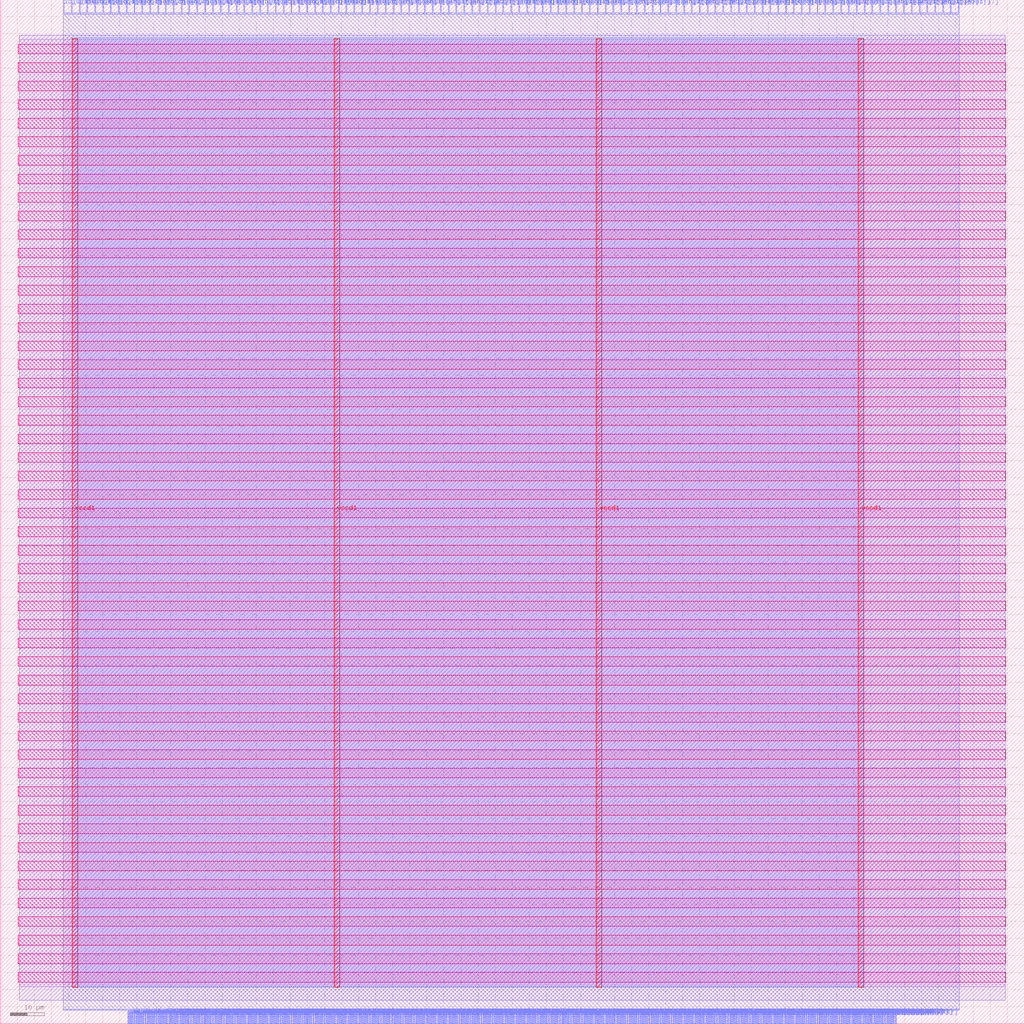
<source format=lef>
VERSION 5.7 ;
  NOWIREEXTENSIONATPIN ON ;
  DIVIDERCHAR "/" ;
  BUSBITCHARS "[]" ;
MACRO macro_7
  CLASS BLOCK ;
  FOREIGN macro_7 ;
  ORIGIN 0.000 0.000 ;
  SIZE 300.000 BY 300.000 ;
  PIN io_active
    DIRECTION INPUT ;
    USE SIGNAL ;
    PORT
      LAYER met2 ;
        RECT 18.490 296.000 18.770 300.000 ;
    END
  END io_active
  PIN io_in[0]
    DIRECTION INPUT ;
    USE SIGNAL ;
    PORT
      LAYER met2 ;
        RECT 20.790 296.000 21.070 300.000 ;
    END
  END io_in[0]
  PIN io_in[10]
    DIRECTION INPUT ;
    USE SIGNAL ;
    PORT
      LAYER met2 ;
        RECT 89.790 296.000 90.070 300.000 ;
    END
  END io_in[10]
  PIN io_in[11]
    DIRECTION INPUT ;
    USE SIGNAL ;
    PORT
      LAYER met2 ;
        RECT 96.690 296.000 96.970 300.000 ;
    END
  END io_in[11]
  PIN io_in[12]
    DIRECTION INPUT ;
    USE SIGNAL ;
    PORT
      LAYER met2 ;
        RECT 103.590 296.000 103.870 300.000 ;
    END
  END io_in[12]
  PIN io_in[13]
    DIRECTION INPUT ;
    USE SIGNAL ;
    PORT
      LAYER met2 ;
        RECT 110.490 296.000 110.770 300.000 ;
    END
  END io_in[13]
  PIN io_in[14]
    DIRECTION INPUT ;
    USE SIGNAL ;
    PORT
      LAYER met2 ;
        RECT 117.390 296.000 117.670 300.000 ;
    END
  END io_in[14]
  PIN io_in[15]
    DIRECTION INPUT ;
    USE SIGNAL ;
    PORT
      LAYER met2 ;
        RECT 124.290 296.000 124.570 300.000 ;
    END
  END io_in[15]
  PIN io_in[16]
    DIRECTION INPUT ;
    USE SIGNAL ;
    PORT
      LAYER met2 ;
        RECT 131.190 296.000 131.470 300.000 ;
    END
  END io_in[16]
  PIN io_in[17]
    DIRECTION INPUT ;
    USE SIGNAL ;
    PORT
      LAYER met2 ;
        RECT 138.090 296.000 138.370 300.000 ;
    END
  END io_in[17]
  PIN io_in[18]
    DIRECTION INPUT ;
    USE SIGNAL ;
    PORT
      LAYER met2 ;
        RECT 144.990 296.000 145.270 300.000 ;
    END
  END io_in[18]
  PIN io_in[19]
    DIRECTION INPUT ;
    USE SIGNAL ;
    PORT
      LAYER met2 ;
        RECT 151.890 296.000 152.170 300.000 ;
    END
  END io_in[19]
  PIN io_in[1]
    DIRECTION INPUT ;
    USE SIGNAL ;
    PORT
      LAYER met2 ;
        RECT 27.690 296.000 27.970 300.000 ;
    END
  END io_in[1]
  PIN io_in[20]
    DIRECTION INPUT ;
    USE SIGNAL ;
    PORT
      LAYER met2 ;
        RECT 158.790 296.000 159.070 300.000 ;
    END
  END io_in[20]
  PIN io_in[21]
    DIRECTION INPUT ;
    USE SIGNAL ;
    PORT
      LAYER met2 ;
        RECT 165.690 296.000 165.970 300.000 ;
    END
  END io_in[21]
  PIN io_in[22]
    DIRECTION INPUT ;
    USE SIGNAL ;
    PORT
      LAYER met2 ;
        RECT 172.590 296.000 172.870 300.000 ;
    END
  END io_in[22]
  PIN io_in[23]
    DIRECTION INPUT ;
    USE SIGNAL ;
    PORT
      LAYER met2 ;
        RECT 179.490 296.000 179.770 300.000 ;
    END
  END io_in[23]
  PIN io_in[24]
    DIRECTION INPUT ;
    USE SIGNAL ;
    PORT
      LAYER met2 ;
        RECT 186.390 296.000 186.670 300.000 ;
    END
  END io_in[24]
  PIN io_in[25]
    DIRECTION INPUT ;
    USE SIGNAL ;
    PORT
      LAYER met2 ;
        RECT 193.290 296.000 193.570 300.000 ;
    END
  END io_in[25]
  PIN io_in[26]
    DIRECTION INPUT ;
    USE SIGNAL ;
    PORT
      LAYER met2 ;
        RECT 200.190 296.000 200.470 300.000 ;
    END
  END io_in[26]
  PIN io_in[27]
    DIRECTION INPUT ;
    USE SIGNAL ;
    PORT
      LAYER met2 ;
        RECT 207.090 296.000 207.370 300.000 ;
    END
  END io_in[27]
  PIN io_in[28]
    DIRECTION INPUT ;
    USE SIGNAL ;
    PORT
      LAYER met2 ;
        RECT 213.990 296.000 214.270 300.000 ;
    END
  END io_in[28]
  PIN io_in[29]
    DIRECTION INPUT ;
    USE SIGNAL ;
    PORT
      LAYER met2 ;
        RECT 220.890 296.000 221.170 300.000 ;
    END
  END io_in[29]
  PIN io_in[2]
    DIRECTION INPUT ;
    USE SIGNAL ;
    PORT
      LAYER met2 ;
        RECT 34.590 296.000 34.870 300.000 ;
    END
  END io_in[2]
  PIN io_in[30]
    DIRECTION INPUT ;
    USE SIGNAL ;
    PORT
      LAYER met2 ;
        RECT 227.790 296.000 228.070 300.000 ;
    END
  END io_in[30]
  PIN io_in[31]
    DIRECTION INPUT ;
    USE SIGNAL ;
    PORT
      LAYER met2 ;
        RECT 234.690 296.000 234.970 300.000 ;
    END
  END io_in[31]
  PIN io_in[32]
    DIRECTION INPUT ;
    USE SIGNAL ;
    PORT
      LAYER met2 ;
        RECT 241.590 296.000 241.870 300.000 ;
    END
  END io_in[32]
  PIN io_in[33]
    DIRECTION INPUT ;
    USE SIGNAL ;
    PORT
      LAYER met2 ;
        RECT 248.490 296.000 248.770 300.000 ;
    END
  END io_in[33]
  PIN io_in[34]
    DIRECTION INPUT ;
    USE SIGNAL ;
    PORT
      LAYER met2 ;
        RECT 255.390 296.000 255.670 300.000 ;
    END
  END io_in[34]
  PIN io_in[35]
    DIRECTION INPUT ;
    USE SIGNAL ;
    PORT
      LAYER met2 ;
        RECT 262.290 296.000 262.570 300.000 ;
    END
  END io_in[35]
  PIN io_in[36]
    DIRECTION INPUT ;
    USE SIGNAL ;
    PORT
      LAYER met2 ;
        RECT 269.190 296.000 269.470 300.000 ;
    END
  END io_in[36]
  PIN io_in[37]
    DIRECTION INPUT ;
    USE SIGNAL ;
    PORT
      LAYER met2 ;
        RECT 276.090 296.000 276.370 300.000 ;
    END
  END io_in[37]
  PIN io_in[3]
    DIRECTION INPUT ;
    USE SIGNAL ;
    PORT
      LAYER met2 ;
        RECT 41.490 296.000 41.770 300.000 ;
    END
  END io_in[3]
  PIN io_in[4]
    DIRECTION INPUT ;
    USE SIGNAL ;
    PORT
      LAYER met2 ;
        RECT 48.390 296.000 48.670 300.000 ;
    END
  END io_in[4]
  PIN io_in[5]
    DIRECTION INPUT ;
    USE SIGNAL ;
    PORT
      LAYER met2 ;
        RECT 55.290 296.000 55.570 300.000 ;
    END
  END io_in[5]
  PIN io_in[6]
    DIRECTION INPUT ;
    USE SIGNAL ;
    PORT
      LAYER met2 ;
        RECT 62.190 296.000 62.470 300.000 ;
    END
  END io_in[6]
  PIN io_in[7]
    DIRECTION INPUT ;
    USE SIGNAL ;
    PORT
      LAYER met2 ;
        RECT 69.090 296.000 69.370 300.000 ;
    END
  END io_in[7]
  PIN io_in[8]
    DIRECTION INPUT ;
    USE SIGNAL ;
    PORT
      LAYER met2 ;
        RECT 75.990 296.000 76.270 300.000 ;
    END
  END io_in[8]
  PIN io_in[9]
    DIRECTION INPUT ;
    USE SIGNAL ;
    PORT
      LAYER met2 ;
        RECT 82.890 296.000 83.170 300.000 ;
    END
  END io_in[9]
  PIN io_oeb[0]
    DIRECTION OUTPUT TRISTATE ;
    USE SIGNAL ;
    PORT
      LAYER met2 ;
        RECT 23.090 296.000 23.370 300.000 ;
    END
  END io_oeb[0]
  PIN io_oeb[10]
    DIRECTION OUTPUT TRISTATE ;
    USE SIGNAL ;
    PORT
      LAYER met2 ;
        RECT 92.090 296.000 92.370 300.000 ;
    END
  END io_oeb[10]
  PIN io_oeb[11]
    DIRECTION OUTPUT TRISTATE ;
    USE SIGNAL ;
    PORT
      LAYER met2 ;
        RECT 98.990 296.000 99.270 300.000 ;
    END
  END io_oeb[11]
  PIN io_oeb[12]
    DIRECTION OUTPUT TRISTATE ;
    USE SIGNAL ;
    PORT
      LAYER met2 ;
        RECT 105.890 296.000 106.170 300.000 ;
    END
  END io_oeb[12]
  PIN io_oeb[13]
    DIRECTION OUTPUT TRISTATE ;
    USE SIGNAL ;
    PORT
      LAYER met2 ;
        RECT 112.790 296.000 113.070 300.000 ;
    END
  END io_oeb[13]
  PIN io_oeb[14]
    DIRECTION OUTPUT TRISTATE ;
    USE SIGNAL ;
    PORT
      LAYER met2 ;
        RECT 119.690 296.000 119.970 300.000 ;
    END
  END io_oeb[14]
  PIN io_oeb[15]
    DIRECTION OUTPUT TRISTATE ;
    USE SIGNAL ;
    PORT
      LAYER met2 ;
        RECT 126.590 296.000 126.870 300.000 ;
    END
  END io_oeb[15]
  PIN io_oeb[16]
    DIRECTION OUTPUT TRISTATE ;
    USE SIGNAL ;
    PORT
      LAYER met2 ;
        RECT 133.490 296.000 133.770 300.000 ;
    END
  END io_oeb[16]
  PIN io_oeb[17]
    DIRECTION OUTPUT TRISTATE ;
    USE SIGNAL ;
    PORT
      LAYER met2 ;
        RECT 140.390 296.000 140.670 300.000 ;
    END
  END io_oeb[17]
  PIN io_oeb[18]
    DIRECTION OUTPUT TRISTATE ;
    USE SIGNAL ;
    PORT
      LAYER met2 ;
        RECT 147.290 296.000 147.570 300.000 ;
    END
  END io_oeb[18]
  PIN io_oeb[19]
    DIRECTION OUTPUT TRISTATE ;
    USE SIGNAL ;
    PORT
      LAYER met2 ;
        RECT 154.190 296.000 154.470 300.000 ;
    END
  END io_oeb[19]
  PIN io_oeb[1]
    DIRECTION OUTPUT TRISTATE ;
    USE SIGNAL ;
    PORT
      LAYER met2 ;
        RECT 29.990 296.000 30.270 300.000 ;
    END
  END io_oeb[1]
  PIN io_oeb[20]
    DIRECTION OUTPUT TRISTATE ;
    USE SIGNAL ;
    PORT
      LAYER met2 ;
        RECT 161.090 296.000 161.370 300.000 ;
    END
  END io_oeb[20]
  PIN io_oeb[21]
    DIRECTION OUTPUT TRISTATE ;
    USE SIGNAL ;
    PORT
      LAYER met2 ;
        RECT 167.990 296.000 168.270 300.000 ;
    END
  END io_oeb[21]
  PIN io_oeb[22]
    DIRECTION OUTPUT TRISTATE ;
    USE SIGNAL ;
    PORT
      LAYER met2 ;
        RECT 174.890 296.000 175.170 300.000 ;
    END
  END io_oeb[22]
  PIN io_oeb[23]
    DIRECTION OUTPUT TRISTATE ;
    USE SIGNAL ;
    PORT
      LAYER met2 ;
        RECT 181.790 296.000 182.070 300.000 ;
    END
  END io_oeb[23]
  PIN io_oeb[24]
    DIRECTION OUTPUT TRISTATE ;
    USE SIGNAL ;
    PORT
      LAYER met2 ;
        RECT 188.690 296.000 188.970 300.000 ;
    END
  END io_oeb[24]
  PIN io_oeb[25]
    DIRECTION OUTPUT TRISTATE ;
    USE SIGNAL ;
    PORT
      LAYER met2 ;
        RECT 195.590 296.000 195.870 300.000 ;
    END
  END io_oeb[25]
  PIN io_oeb[26]
    DIRECTION OUTPUT TRISTATE ;
    USE SIGNAL ;
    PORT
      LAYER met2 ;
        RECT 202.490 296.000 202.770 300.000 ;
    END
  END io_oeb[26]
  PIN io_oeb[27]
    DIRECTION OUTPUT TRISTATE ;
    USE SIGNAL ;
    PORT
      LAYER met2 ;
        RECT 209.390 296.000 209.670 300.000 ;
    END
  END io_oeb[27]
  PIN io_oeb[28]
    DIRECTION OUTPUT TRISTATE ;
    USE SIGNAL ;
    PORT
      LAYER met2 ;
        RECT 216.290 296.000 216.570 300.000 ;
    END
  END io_oeb[28]
  PIN io_oeb[29]
    DIRECTION OUTPUT TRISTATE ;
    USE SIGNAL ;
    PORT
      LAYER met2 ;
        RECT 223.190 296.000 223.470 300.000 ;
    END
  END io_oeb[29]
  PIN io_oeb[2]
    DIRECTION OUTPUT TRISTATE ;
    USE SIGNAL ;
    PORT
      LAYER met2 ;
        RECT 36.890 296.000 37.170 300.000 ;
    END
  END io_oeb[2]
  PIN io_oeb[30]
    DIRECTION OUTPUT TRISTATE ;
    USE SIGNAL ;
    PORT
      LAYER met2 ;
        RECT 230.090 296.000 230.370 300.000 ;
    END
  END io_oeb[30]
  PIN io_oeb[31]
    DIRECTION OUTPUT TRISTATE ;
    USE SIGNAL ;
    PORT
      LAYER met2 ;
        RECT 236.990 296.000 237.270 300.000 ;
    END
  END io_oeb[31]
  PIN io_oeb[32]
    DIRECTION OUTPUT TRISTATE ;
    USE SIGNAL ;
    PORT
      LAYER met2 ;
        RECT 243.890 296.000 244.170 300.000 ;
    END
  END io_oeb[32]
  PIN io_oeb[33]
    DIRECTION OUTPUT TRISTATE ;
    USE SIGNAL ;
    PORT
      LAYER met2 ;
        RECT 250.790 296.000 251.070 300.000 ;
    END
  END io_oeb[33]
  PIN io_oeb[34]
    DIRECTION OUTPUT TRISTATE ;
    USE SIGNAL ;
    PORT
      LAYER met2 ;
        RECT 257.690 296.000 257.970 300.000 ;
    END
  END io_oeb[34]
  PIN io_oeb[35]
    DIRECTION OUTPUT TRISTATE ;
    USE SIGNAL ;
    PORT
      LAYER met2 ;
        RECT 264.590 296.000 264.870 300.000 ;
    END
  END io_oeb[35]
  PIN io_oeb[36]
    DIRECTION OUTPUT TRISTATE ;
    USE SIGNAL ;
    PORT
      LAYER met2 ;
        RECT 271.490 296.000 271.770 300.000 ;
    END
  END io_oeb[36]
  PIN io_oeb[37]
    DIRECTION OUTPUT TRISTATE ;
    USE SIGNAL ;
    PORT
      LAYER met2 ;
        RECT 278.390 296.000 278.670 300.000 ;
    END
  END io_oeb[37]
  PIN io_oeb[3]
    DIRECTION OUTPUT TRISTATE ;
    USE SIGNAL ;
    PORT
      LAYER met2 ;
        RECT 43.790 296.000 44.070 300.000 ;
    END
  END io_oeb[3]
  PIN io_oeb[4]
    DIRECTION OUTPUT TRISTATE ;
    USE SIGNAL ;
    PORT
      LAYER met2 ;
        RECT 50.690 296.000 50.970 300.000 ;
    END
  END io_oeb[4]
  PIN io_oeb[5]
    DIRECTION OUTPUT TRISTATE ;
    USE SIGNAL ;
    PORT
      LAYER met2 ;
        RECT 57.590 296.000 57.870 300.000 ;
    END
  END io_oeb[5]
  PIN io_oeb[6]
    DIRECTION OUTPUT TRISTATE ;
    USE SIGNAL ;
    PORT
      LAYER met2 ;
        RECT 64.490 296.000 64.770 300.000 ;
    END
  END io_oeb[6]
  PIN io_oeb[7]
    DIRECTION OUTPUT TRISTATE ;
    USE SIGNAL ;
    PORT
      LAYER met2 ;
        RECT 71.390 296.000 71.670 300.000 ;
    END
  END io_oeb[7]
  PIN io_oeb[8]
    DIRECTION OUTPUT TRISTATE ;
    USE SIGNAL ;
    PORT
      LAYER met2 ;
        RECT 78.290 296.000 78.570 300.000 ;
    END
  END io_oeb[8]
  PIN io_oeb[9]
    DIRECTION OUTPUT TRISTATE ;
    USE SIGNAL ;
    PORT
      LAYER met2 ;
        RECT 85.190 296.000 85.470 300.000 ;
    END
  END io_oeb[9]
  PIN io_out[0]
    DIRECTION OUTPUT TRISTATE ;
    USE SIGNAL ;
    PORT
      LAYER met2 ;
        RECT 25.390 296.000 25.670 300.000 ;
    END
  END io_out[0]
  PIN io_out[10]
    DIRECTION OUTPUT TRISTATE ;
    USE SIGNAL ;
    PORT
      LAYER met2 ;
        RECT 94.390 296.000 94.670 300.000 ;
    END
  END io_out[10]
  PIN io_out[11]
    DIRECTION OUTPUT TRISTATE ;
    USE SIGNAL ;
    PORT
      LAYER met2 ;
        RECT 101.290 296.000 101.570 300.000 ;
    END
  END io_out[11]
  PIN io_out[12]
    DIRECTION OUTPUT TRISTATE ;
    USE SIGNAL ;
    PORT
      LAYER met2 ;
        RECT 108.190 296.000 108.470 300.000 ;
    END
  END io_out[12]
  PIN io_out[13]
    DIRECTION OUTPUT TRISTATE ;
    USE SIGNAL ;
    PORT
      LAYER met2 ;
        RECT 115.090 296.000 115.370 300.000 ;
    END
  END io_out[13]
  PIN io_out[14]
    DIRECTION OUTPUT TRISTATE ;
    USE SIGNAL ;
    PORT
      LAYER met2 ;
        RECT 121.990 296.000 122.270 300.000 ;
    END
  END io_out[14]
  PIN io_out[15]
    DIRECTION OUTPUT TRISTATE ;
    USE SIGNAL ;
    PORT
      LAYER met2 ;
        RECT 128.890 296.000 129.170 300.000 ;
    END
  END io_out[15]
  PIN io_out[16]
    DIRECTION OUTPUT TRISTATE ;
    USE SIGNAL ;
    PORT
      LAYER met2 ;
        RECT 135.790 296.000 136.070 300.000 ;
    END
  END io_out[16]
  PIN io_out[17]
    DIRECTION OUTPUT TRISTATE ;
    USE SIGNAL ;
    PORT
      LAYER met2 ;
        RECT 142.690 296.000 142.970 300.000 ;
    END
  END io_out[17]
  PIN io_out[18]
    DIRECTION OUTPUT TRISTATE ;
    USE SIGNAL ;
    PORT
      LAYER met2 ;
        RECT 149.590 296.000 149.870 300.000 ;
    END
  END io_out[18]
  PIN io_out[19]
    DIRECTION OUTPUT TRISTATE ;
    USE SIGNAL ;
    PORT
      LAYER met2 ;
        RECT 156.490 296.000 156.770 300.000 ;
    END
  END io_out[19]
  PIN io_out[1]
    DIRECTION OUTPUT TRISTATE ;
    USE SIGNAL ;
    PORT
      LAYER met2 ;
        RECT 32.290 296.000 32.570 300.000 ;
    END
  END io_out[1]
  PIN io_out[20]
    DIRECTION OUTPUT TRISTATE ;
    USE SIGNAL ;
    PORT
      LAYER met2 ;
        RECT 163.390 296.000 163.670 300.000 ;
    END
  END io_out[20]
  PIN io_out[21]
    DIRECTION OUTPUT TRISTATE ;
    USE SIGNAL ;
    PORT
      LAYER met2 ;
        RECT 170.290 296.000 170.570 300.000 ;
    END
  END io_out[21]
  PIN io_out[22]
    DIRECTION OUTPUT TRISTATE ;
    USE SIGNAL ;
    PORT
      LAYER met2 ;
        RECT 177.190 296.000 177.470 300.000 ;
    END
  END io_out[22]
  PIN io_out[23]
    DIRECTION OUTPUT TRISTATE ;
    USE SIGNAL ;
    PORT
      LAYER met2 ;
        RECT 184.090 296.000 184.370 300.000 ;
    END
  END io_out[23]
  PIN io_out[24]
    DIRECTION OUTPUT TRISTATE ;
    USE SIGNAL ;
    PORT
      LAYER met2 ;
        RECT 190.990 296.000 191.270 300.000 ;
    END
  END io_out[24]
  PIN io_out[25]
    DIRECTION OUTPUT TRISTATE ;
    USE SIGNAL ;
    PORT
      LAYER met2 ;
        RECT 197.890 296.000 198.170 300.000 ;
    END
  END io_out[25]
  PIN io_out[26]
    DIRECTION OUTPUT TRISTATE ;
    USE SIGNAL ;
    PORT
      LAYER met2 ;
        RECT 204.790 296.000 205.070 300.000 ;
    END
  END io_out[26]
  PIN io_out[27]
    DIRECTION OUTPUT TRISTATE ;
    USE SIGNAL ;
    PORT
      LAYER met2 ;
        RECT 211.690 296.000 211.970 300.000 ;
    END
  END io_out[27]
  PIN io_out[28]
    DIRECTION OUTPUT TRISTATE ;
    USE SIGNAL ;
    PORT
      LAYER met2 ;
        RECT 218.590 296.000 218.870 300.000 ;
    END
  END io_out[28]
  PIN io_out[29]
    DIRECTION OUTPUT TRISTATE ;
    USE SIGNAL ;
    PORT
      LAYER met2 ;
        RECT 225.490 296.000 225.770 300.000 ;
    END
  END io_out[29]
  PIN io_out[2]
    DIRECTION OUTPUT TRISTATE ;
    USE SIGNAL ;
    PORT
      LAYER met2 ;
        RECT 39.190 296.000 39.470 300.000 ;
    END
  END io_out[2]
  PIN io_out[30]
    DIRECTION OUTPUT TRISTATE ;
    USE SIGNAL ;
    PORT
      LAYER met2 ;
        RECT 232.390 296.000 232.670 300.000 ;
    END
  END io_out[30]
  PIN io_out[31]
    DIRECTION OUTPUT TRISTATE ;
    USE SIGNAL ;
    PORT
      LAYER met2 ;
        RECT 239.290 296.000 239.570 300.000 ;
    END
  END io_out[31]
  PIN io_out[32]
    DIRECTION OUTPUT TRISTATE ;
    USE SIGNAL ;
    PORT
      LAYER met2 ;
        RECT 246.190 296.000 246.470 300.000 ;
    END
  END io_out[32]
  PIN io_out[33]
    DIRECTION OUTPUT TRISTATE ;
    USE SIGNAL ;
    PORT
      LAYER met2 ;
        RECT 253.090 296.000 253.370 300.000 ;
    END
  END io_out[33]
  PIN io_out[34]
    DIRECTION OUTPUT TRISTATE ;
    USE SIGNAL ;
    PORT
      LAYER met2 ;
        RECT 259.990 296.000 260.270 300.000 ;
    END
  END io_out[34]
  PIN io_out[35]
    DIRECTION OUTPUT TRISTATE ;
    USE SIGNAL ;
    PORT
      LAYER met2 ;
        RECT 266.890 296.000 267.170 300.000 ;
    END
  END io_out[35]
  PIN io_out[36]
    DIRECTION OUTPUT TRISTATE ;
    USE SIGNAL ;
    PORT
      LAYER met2 ;
        RECT 273.790 296.000 274.070 300.000 ;
    END
  END io_out[36]
  PIN io_out[37]
    DIRECTION OUTPUT TRISTATE ;
    USE SIGNAL ;
    PORT
      LAYER met2 ;
        RECT 280.690 296.000 280.970 300.000 ;
    END
  END io_out[37]
  PIN io_out[3]
    DIRECTION OUTPUT TRISTATE ;
    USE SIGNAL ;
    PORT
      LAYER met2 ;
        RECT 46.090 296.000 46.370 300.000 ;
    END
  END io_out[3]
  PIN io_out[4]
    DIRECTION OUTPUT TRISTATE ;
    USE SIGNAL ;
    PORT
      LAYER met2 ;
        RECT 52.990 296.000 53.270 300.000 ;
    END
  END io_out[4]
  PIN io_out[5]
    DIRECTION OUTPUT TRISTATE ;
    USE SIGNAL ;
    PORT
      LAYER met2 ;
        RECT 59.890 296.000 60.170 300.000 ;
    END
  END io_out[5]
  PIN io_out[6]
    DIRECTION OUTPUT TRISTATE ;
    USE SIGNAL ;
    PORT
      LAYER met2 ;
        RECT 66.790 296.000 67.070 300.000 ;
    END
  END io_out[6]
  PIN io_out[7]
    DIRECTION OUTPUT TRISTATE ;
    USE SIGNAL ;
    PORT
      LAYER met2 ;
        RECT 73.690 296.000 73.970 300.000 ;
    END
  END io_out[7]
  PIN io_out[8]
    DIRECTION OUTPUT TRISTATE ;
    USE SIGNAL ;
    PORT
      LAYER met2 ;
        RECT 80.590 296.000 80.870 300.000 ;
    END
  END io_out[8]
  PIN io_out[9]
    DIRECTION OUTPUT TRISTATE ;
    USE SIGNAL ;
    PORT
      LAYER met2 ;
        RECT 87.490 296.000 87.770 300.000 ;
    END
  END io_out[9]
  PIN la_data_in[0]
    DIRECTION INPUT ;
    USE SIGNAL ;
    PORT
      LAYER met2 ;
        RECT 86.110 0.000 86.390 4.000 ;
    END
  END la_data_in[0]
  PIN la_data_in[100]
    DIRECTION INPUT ;
    USE SIGNAL ;
    PORT
      LAYER met2 ;
        RECT 224.110 0.000 224.390 4.000 ;
    END
  END la_data_in[100]
  PIN la_data_in[101]
    DIRECTION INPUT ;
    USE SIGNAL ;
    PORT
      LAYER met2 ;
        RECT 225.490 0.000 225.770 4.000 ;
    END
  END la_data_in[101]
  PIN la_data_in[102]
    DIRECTION INPUT ;
    USE SIGNAL ;
    PORT
      LAYER met2 ;
        RECT 226.870 0.000 227.150 4.000 ;
    END
  END la_data_in[102]
  PIN la_data_in[103]
    DIRECTION INPUT ;
    USE SIGNAL ;
    PORT
      LAYER met2 ;
        RECT 228.250 0.000 228.530 4.000 ;
    END
  END la_data_in[103]
  PIN la_data_in[104]
    DIRECTION INPUT ;
    USE SIGNAL ;
    PORT
      LAYER met2 ;
        RECT 229.630 0.000 229.910 4.000 ;
    END
  END la_data_in[104]
  PIN la_data_in[105]
    DIRECTION INPUT ;
    USE SIGNAL ;
    PORT
      LAYER met2 ;
        RECT 231.010 0.000 231.290 4.000 ;
    END
  END la_data_in[105]
  PIN la_data_in[106]
    DIRECTION INPUT ;
    USE SIGNAL ;
    PORT
      LAYER met2 ;
        RECT 232.390 0.000 232.670 4.000 ;
    END
  END la_data_in[106]
  PIN la_data_in[107]
    DIRECTION INPUT ;
    USE SIGNAL ;
    PORT
      LAYER met2 ;
        RECT 233.770 0.000 234.050 4.000 ;
    END
  END la_data_in[107]
  PIN la_data_in[108]
    DIRECTION INPUT ;
    USE SIGNAL ;
    PORT
      LAYER met2 ;
        RECT 235.150 0.000 235.430 4.000 ;
    END
  END la_data_in[108]
  PIN la_data_in[109]
    DIRECTION INPUT ;
    USE SIGNAL ;
    PORT
      LAYER met2 ;
        RECT 236.530 0.000 236.810 4.000 ;
    END
  END la_data_in[109]
  PIN la_data_in[10]
    DIRECTION INPUT ;
    USE SIGNAL ;
    PORT
      LAYER met2 ;
        RECT 99.910 0.000 100.190 4.000 ;
    END
  END la_data_in[10]
  PIN la_data_in[110]
    DIRECTION INPUT ;
    USE SIGNAL ;
    PORT
      LAYER met2 ;
        RECT 237.910 0.000 238.190 4.000 ;
    END
  END la_data_in[110]
  PIN la_data_in[111]
    DIRECTION INPUT ;
    USE SIGNAL ;
    PORT
      LAYER met2 ;
        RECT 239.290 0.000 239.570 4.000 ;
    END
  END la_data_in[111]
  PIN la_data_in[112]
    DIRECTION INPUT ;
    USE SIGNAL ;
    PORT
      LAYER met2 ;
        RECT 240.670 0.000 240.950 4.000 ;
    END
  END la_data_in[112]
  PIN la_data_in[113]
    DIRECTION INPUT ;
    USE SIGNAL ;
    PORT
      LAYER met2 ;
        RECT 242.050 0.000 242.330 4.000 ;
    END
  END la_data_in[113]
  PIN la_data_in[114]
    DIRECTION INPUT ;
    USE SIGNAL ;
    PORT
      LAYER met2 ;
        RECT 243.430 0.000 243.710 4.000 ;
    END
  END la_data_in[114]
  PIN la_data_in[115]
    DIRECTION INPUT ;
    USE SIGNAL ;
    PORT
      LAYER met2 ;
        RECT 244.810 0.000 245.090 4.000 ;
    END
  END la_data_in[115]
  PIN la_data_in[116]
    DIRECTION INPUT ;
    USE SIGNAL ;
    PORT
      LAYER met2 ;
        RECT 246.190 0.000 246.470 4.000 ;
    END
  END la_data_in[116]
  PIN la_data_in[117]
    DIRECTION INPUT ;
    USE SIGNAL ;
    PORT
      LAYER met2 ;
        RECT 247.570 0.000 247.850 4.000 ;
    END
  END la_data_in[117]
  PIN la_data_in[118]
    DIRECTION INPUT ;
    USE SIGNAL ;
    PORT
      LAYER met2 ;
        RECT 248.950 0.000 249.230 4.000 ;
    END
  END la_data_in[118]
  PIN la_data_in[119]
    DIRECTION INPUT ;
    USE SIGNAL ;
    PORT
      LAYER met2 ;
        RECT 250.330 0.000 250.610 4.000 ;
    END
  END la_data_in[119]
  PIN la_data_in[11]
    DIRECTION INPUT ;
    USE SIGNAL ;
    PORT
      LAYER met2 ;
        RECT 101.290 0.000 101.570 4.000 ;
    END
  END la_data_in[11]
  PIN la_data_in[120]
    DIRECTION INPUT ;
    USE SIGNAL ;
    PORT
      LAYER met2 ;
        RECT 251.710 0.000 251.990 4.000 ;
    END
  END la_data_in[120]
  PIN la_data_in[121]
    DIRECTION INPUT ;
    USE SIGNAL ;
    PORT
      LAYER met2 ;
        RECT 253.090 0.000 253.370 4.000 ;
    END
  END la_data_in[121]
  PIN la_data_in[122]
    DIRECTION INPUT ;
    USE SIGNAL ;
    PORT
      LAYER met2 ;
        RECT 254.470 0.000 254.750 4.000 ;
    END
  END la_data_in[122]
  PIN la_data_in[123]
    DIRECTION INPUT ;
    USE SIGNAL ;
    PORT
      LAYER met2 ;
        RECT 255.850 0.000 256.130 4.000 ;
    END
  END la_data_in[123]
  PIN la_data_in[124]
    DIRECTION INPUT ;
    USE SIGNAL ;
    PORT
      LAYER met2 ;
        RECT 257.230 0.000 257.510 4.000 ;
    END
  END la_data_in[124]
  PIN la_data_in[125]
    DIRECTION INPUT ;
    USE SIGNAL ;
    PORT
      LAYER met2 ;
        RECT 258.610 0.000 258.890 4.000 ;
    END
  END la_data_in[125]
  PIN la_data_in[126]
    DIRECTION INPUT ;
    USE SIGNAL ;
    PORT
      LAYER met2 ;
        RECT 259.990 0.000 260.270 4.000 ;
    END
  END la_data_in[126]
  PIN la_data_in[127]
    DIRECTION INPUT ;
    USE SIGNAL ;
    PORT
      LAYER met2 ;
        RECT 261.370 0.000 261.650 4.000 ;
    END
  END la_data_in[127]
  PIN la_data_in[12]
    DIRECTION INPUT ;
    USE SIGNAL ;
    PORT
      LAYER met2 ;
        RECT 102.670 0.000 102.950 4.000 ;
    END
  END la_data_in[12]
  PIN la_data_in[13]
    DIRECTION INPUT ;
    USE SIGNAL ;
    PORT
      LAYER met2 ;
        RECT 104.050 0.000 104.330 4.000 ;
    END
  END la_data_in[13]
  PIN la_data_in[14]
    DIRECTION INPUT ;
    USE SIGNAL ;
    PORT
      LAYER met2 ;
        RECT 105.430 0.000 105.710 4.000 ;
    END
  END la_data_in[14]
  PIN la_data_in[15]
    DIRECTION INPUT ;
    USE SIGNAL ;
    PORT
      LAYER met2 ;
        RECT 106.810 0.000 107.090 4.000 ;
    END
  END la_data_in[15]
  PIN la_data_in[16]
    DIRECTION INPUT ;
    USE SIGNAL ;
    PORT
      LAYER met2 ;
        RECT 108.190 0.000 108.470 4.000 ;
    END
  END la_data_in[16]
  PIN la_data_in[17]
    DIRECTION INPUT ;
    USE SIGNAL ;
    PORT
      LAYER met2 ;
        RECT 109.570 0.000 109.850 4.000 ;
    END
  END la_data_in[17]
  PIN la_data_in[18]
    DIRECTION INPUT ;
    USE SIGNAL ;
    PORT
      LAYER met2 ;
        RECT 110.950 0.000 111.230 4.000 ;
    END
  END la_data_in[18]
  PIN la_data_in[19]
    DIRECTION INPUT ;
    USE SIGNAL ;
    PORT
      LAYER met2 ;
        RECT 112.330 0.000 112.610 4.000 ;
    END
  END la_data_in[19]
  PIN la_data_in[1]
    DIRECTION INPUT ;
    USE SIGNAL ;
    PORT
      LAYER met2 ;
        RECT 87.490 0.000 87.770 4.000 ;
    END
  END la_data_in[1]
  PIN la_data_in[20]
    DIRECTION INPUT ;
    USE SIGNAL ;
    PORT
      LAYER met2 ;
        RECT 113.710 0.000 113.990 4.000 ;
    END
  END la_data_in[20]
  PIN la_data_in[21]
    DIRECTION INPUT ;
    USE SIGNAL ;
    PORT
      LAYER met2 ;
        RECT 115.090 0.000 115.370 4.000 ;
    END
  END la_data_in[21]
  PIN la_data_in[22]
    DIRECTION INPUT ;
    USE SIGNAL ;
    PORT
      LAYER met2 ;
        RECT 116.470 0.000 116.750 4.000 ;
    END
  END la_data_in[22]
  PIN la_data_in[23]
    DIRECTION INPUT ;
    USE SIGNAL ;
    PORT
      LAYER met2 ;
        RECT 117.850 0.000 118.130 4.000 ;
    END
  END la_data_in[23]
  PIN la_data_in[24]
    DIRECTION INPUT ;
    USE SIGNAL ;
    PORT
      LAYER met2 ;
        RECT 119.230 0.000 119.510 4.000 ;
    END
  END la_data_in[24]
  PIN la_data_in[25]
    DIRECTION INPUT ;
    USE SIGNAL ;
    PORT
      LAYER met2 ;
        RECT 120.610 0.000 120.890 4.000 ;
    END
  END la_data_in[25]
  PIN la_data_in[26]
    DIRECTION INPUT ;
    USE SIGNAL ;
    PORT
      LAYER met2 ;
        RECT 121.990 0.000 122.270 4.000 ;
    END
  END la_data_in[26]
  PIN la_data_in[27]
    DIRECTION INPUT ;
    USE SIGNAL ;
    PORT
      LAYER met2 ;
        RECT 123.370 0.000 123.650 4.000 ;
    END
  END la_data_in[27]
  PIN la_data_in[28]
    DIRECTION INPUT ;
    USE SIGNAL ;
    PORT
      LAYER met2 ;
        RECT 124.750 0.000 125.030 4.000 ;
    END
  END la_data_in[28]
  PIN la_data_in[29]
    DIRECTION INPUT ;
    USE SIGNAL ;
    PORT
      LAYER met2 ;
        RECT 126.130 0.000 126.410 4.000 ;
    END
  END la_data_in[29]
  PIN la_data_in[2]
    DIRECTION INPUT ;
    USE SIGNAL ;
    PORT
      LAYER met2 ;
        RECT 88.870 0.000 89.150 4.000 ;
    END
  END la_data_in[2]
  PIN la_data_in[30]
    DIRECTION INPUT ;
    USE SIGNAL ;
    PORT
      LAYER met2 ;
        RECT 127.510 0.000 127.790 4.000 ;
    END
  END la_data_in[30]
  PIN la_data_in[31]
    DIRECTION INPUT ;
    USE SIGNAL ;
    PORT
      LAYER met2 ;
        RECT 128.890 0.000 129.170 4.000 ;
    END
  END la_data_in[31]
  PIN la_data_in[32]
    DIRECTION INPUT ;
    USE SIGNAL ;
    PORT
      LAYER met2 ;
        RECT 130.270 0.000 130.550 4.000 ;
    END
  END la_data_in[32]
  PIN la_data_in[33]
    DIRECTION INPUT ;
    USE SIGNAL ;
    PORT
      LAYER met2 ;
        RECT 131.650 0.000 131.930 4.000 ;
    END
  END la_data_in[33]
  PIN la_data_in[34]
    DIRECTION INPUT ;
    USE SIGNAL ;
    PORT
      LAYER met2 ;
        RECT 133.030 0.000 133.310 4.000 ;
    END
  END la_data_in[34]
  PIN la_data_in[35]
    DIRECTION INPUT ;
    USE SIGNAL ;
    PORT
      LAYER met2 ;
        RECT 134.410 0.000 134.690 4.000 ;
    END
  END la_data_in[35]
  PIN la_data_in[36]
    DIRECTION INPUT ;
    USE SIGNAL ;
    PORT
      LAYER met2 ;
        RECT 135.790 0.000 136.070 4.000 ;
    END
  END la_data_in[36]
  PIN la_data_in[37]
    DIRECTION INPUT ;
    USE SIGNAL ;
    PORT
      LAYER met2 ;
        RECT 137.170 0.000 137.450 4.000 ;
    END
  END la_data_in[37]
  PIN la_data_in[38]
    DIRECTION INPUT ;
    USE SIGNAL ;
    PORT
      LAYER met2 ;
        RECT 138.550 0.000 138.830 4.000 ;
    END
  END la_data_in[38]
  PIN la_data_in[39]
    DIRECTION INPUT ;
    USE SIGNAL ;
    PORT
      LAYER met2 ;
        RECT 139.930 0.000 140.210 4.000 ;
    END
  END la_data_in[39]
  PIN la_data_in[3]
    DIRECTION INPUT ;
    USE SIGNAL ;
    PORT
      LAYER met2 ;
        RECT 90.250 0.000 90.530 4.000 ;
    END
  END la_data_in[3]
  PIN la_data_in[40]
    DIRECTION INPUT ;
    USE SIGNAL ;
    PORT
      LAYER met2 ;
        RECT 141.310 0.000 141.590 4.000 ;
    END
  END la_data_in[40]
  PIN la_data_in[41]
    DIRECTION INPUT ;
    USE SIGNAL ;
    PORT
      LAYER met2 ;
        RECT 142.690 0.000 142.970 4.000 ;
    END
  END la_data_in[41]
  PIN la_data_in[42]
    DIRECTION INPUT ;
    USE SIGNAL ;
    PORT
      LAYER met2 ;
        RECT 144.070 0.000 144.350 4.000 ;
    END
  END la_data_in[42]
  PIN la_data_in[43]
    DIRECTION INPUT ;
    USE SIGNAL ;
    PORT
      LAYER met2 ;
        RECT 145.450 0.000 145.730 4.000 ;
    END
  END la_data_in[43]
  PIN la_data_in[44]
    DIRECTION INPUT ;
    USE SIGNAL ;
    PORT
      LAYER met2 ;
        RECT 146.830 0.000 147.110 4.000 ;
    END
  END la_data_in[44]
  PIN la_data_in[45]
    DIRECTION INPUT ;
    USE SIGNAL ;
    PORT
      LAYER met2 ;
        RECT 148.210 0.000 148.490 4.000 ;
    END
  END la_data_in[45]
  PIN la_data_in[46]
    DIRECTION INPUT ;
    USE SIGNAL ;
    PORT
      LAYER met2 ;
        RECT 149.590 0.000 149.870 4.000 ;
    END
  END la_data_in[46]
  PIN la_data_in[47]
    DIRECTION INPUT ;
    USE SIGNAL ;
    PORT
      LAYER met2 ;
        RECT 150.970 0.000 151.250 4.000 ;
    END
  END la_data_in[47]
  PIN la_data_in[48]
    DIRECTION INPUT ;
    USE SIGNAL ;
    PORT
      LAYER met2 ;
        RECT 152.350 0.000 152.630 4.000 ;
    END
  END la_data_in[48]
  PIN la_data_in[49]
    DIRECTION INPUT ;
    USE SIGNAL ;
    PORT
      LAYER met2 ;
        RECT 153.730 0.000 154.010 4.000 ;
    END
  END la_data_in[49]
  PIN la_data_in[4]
    DIRECTION INPUT ;
    USE SIGNAL ;
    PORT
      LAYER met2 ;
        RECT 91.630 0.000 91.910 4.000 ;
    END
  END la_data_in[4]
  PIN la_data_in[50]
    DIRECTION INPUT ;
    USE SIGNAL ;
    PORT
      LAYER met2 ;
        RECT 155.110 0.000 155.390 4.000 ;
    END
  END la_data_in[50]
  PIN la_data_in[51]
    DIRECTION INPUT ;
    USE SIGNAL ;
    PORT
      LAYER met2 ;
        RECT 156.490 0.000 156.770 4.000 ;
    END
  END la_data_in[51]
  PIN la_data_in[52]
    DIRECTION INPUT ;
    USE SIGNAL ;
    PORT
      LAYER met2 ;
        RECT 157.870 0.000 158.150 4.000 ;
    END
  END la_data_in[52]
  PIN la_data_in[53]
    DIRECTION INPUT ;
    USE SIGNAL ;
    PORT
      LAYER met2 ;
        RECT 159.250 0.000 159.530 4.000 ;
    END
  END la_data_in[53]
  PIN la_data_in[54]
    DIRECTION INPUT ;
    USE SIGNAL ;
    PORT
      LAYER met2 ;
        RECT 160.630 0.000 160.910 4.000 ;
    END
  END la_data_in[54]
  PIN la_data_in[55]
    DIRECTION INPUT ;
    USE SIGNAL ;
    PORT
      LAYER met2 ;
        RECT 162.010 0.000 162.290 4.000 ;
    END
  END la_data_in[55]
  PIN la_data_in[56]
    DIRECTION INPUT ;
    USE SIGNAL ;
    PORT
      LAYER met2 ;
        RECT 163.390 0.000 163.670 4.000 ;
    END
  END la_data_in[56]
  PIN la_data_in[57]
    DIRECTION INPUT ;
    USE SIGNAL ;
    PORT
      LAYER met2 ;
        RECT 164.770 0.000 165.050 4.000 ;
    END
  END la_data_in[57]
  PIN la_data_in[58]
    DIRECTION INPUT ;
    USE SIGNAL ;
    PORT
      LAYER met2 ;
        RECT 166.150 0.000 166.430 4.000 ;
    END
  END la_data_in[58]
  PIN la_data_in[59]
    DIRECTION INPUT ;
    USE SIGNAL ;
    PORT
      LAYER met2 ;
        RECT 167.530 0.000 167.810 4.000 ;
    END
  END la_data_in[59]
  PIN la_data_in[5]
    DIRECTION INPUT ;
    USE SIGNAL ;
    PORT
      LAYER met2 ;
        RECT 93.010 0.000 93.290 4.000 ;
    END
  END la_data_in[5]
  PIN la_data_in[60]
    DIRECTION INPUT ;
    USE SIGNAL ;
    PORT
      LAYER met2 ;
        RECT 168.910 0.000 169.190 4.000 ;
    END
  END la_data_in[60]
  PIN la_data_in[61]
    DIRECTION INPUT ;
    USE SIGNAL ;
    PORT
      LAYER met2 ;
        RECT 170.290 0.000 170.570 4.000 ;
    END
  END la_data_in[61]
  PIN la_data_in[62]
    DIRECTION INPUT ;
    USE SIGNAL ;
    PORT
      LAYER met2 ;
        RECT 171.670 0.000 171.950 4.000 ;
    END
  END la_data_in[62]
  PIN la_data_in[63]
    DIRECTION INPUT ;
    USE SIGNAL ;
    PORT
      LAYER met2 ;
        RECT 173.050 0.000 173.330 4.000 ;
    END
  END la_data_in[63]
  PIN la_data_in[64]
    DIRECTION INPUT ;
    USE SIGNAL ;
    PORT
      LAYER met2 ;
        RECT 174.430 0.000 174.710 4.000 ;
    END
  END la_data_in[64]
  PIN la_data_in[65]
    DIRECTION INPUT ;
    USE SIGNAL ;
    PORT
      LAYER met2 ;
        RECT 175.810 0.000 176.090 4.000 ;
    END
  END la_data_in[65]
  PIN la_data_in[66]
    DIRECTION INPUT ;
    USE SIGNAL ;
    PORT
      LAYER met2 ;
        RECT 177.190 0.000 177.470 4.000 ;
    END
  END la_data_in[66]
  PIN la_data_in[67]
    DIRECTION INPUT ;
    USE SIGNAL ;
    PORT
      LAYER met2 ;
        RECT 178.570 0.000 178.850 4.000 ;
    END
  END la_data_in[67]
  PIN la_data_in[68]
    DIRECTION INPUT ;
    USE SIGNAL ;
    PORT
      LAYER met2 ;
        RECT 179.950 0.000 180.230 4.000 ;
    END
  END la_data_in[68]
  PIN la_data_in[69]
    DIRECTION INPUT ;
    USE SIGNAL ;
    PORT
      LAYER met2 ;
        RECT 181.330 0.000 181.610 4.000 ;
    END
  END la_data_in[69]
  PIN la_data_in[6]
    DIRECTION INPUT ;
    USE SIGNAL ;
    PORT
      LAYER met2 ;
        RECT 94.390 0.000 94.670 4.000 ;
    END
  END la_data_in[6]
  PIN la_data_in[70]
    DIRECTION INPUT ;
    USE SIGNAL ;
    PORT
      LAYER met2 ;
        RECT 182.710 0.000 182.990 4.000 ;
    END
  END la_data_in[70]
  PIN la_data_in[71]
    DIRECTION INPUT ;
    USE SIGNAL ;
    PORT
      LAYER met2 ;
        RECT 184.090 0.000 184.370 4.000 ;
    END
  END la_data_in[71]
  PIN la_data_in[72]
    DIRECTION INPUT ;
    USE SIGNAL ;
    PORT
      LAYER met2 ;
        RECT 185.470 0.000 185.750 4.000 ;
    END
  END la_data_in[72]
  PIN la_data_in[73]
    DIRECTION INPUT ;
    USE SIGNAL ;
    PORT
      LAYER met2 ;
        RECT 186.850 0.000 187.130 4.000 ;
    END
  END la_data_in[73]
  PIN la_data_in[74]
    DIRECTION INPUT ;
    USE SIGNAL ;
    PORT
      LAYER met2 ;
        RECT 188.230 0.000 188.510 4.000 ;
    END
  END la_data_in[74]
  PIN la_data_in[75]
    DIRECTION INPUT ;
    USE SIGNAL ;
    PORT
      LAYER met2 ;
        RECT 189.610 0.000 189.890 4.000 ;
    END
  END la_data_in[75]
  PIN la_data_in[76]
    DIRECTION INPUT ;
    USE SIGNAL ;
    PORT
      LAYER met2 ;
        RECT 190.990 0.000 191.270 4.000 ;
    END
  END la_data_in[76]
  PIN la_data_in[77]
    DIRECTION INPUT ;
    USE SIGNAL ;
    PORT
      LAYER met2 ;
        RECT 192.370 0.000 192.650 4.000 ;
    END
  END la_data_in[77]
  PIN la_data_in[78]
    DIRECTION INPUT ;
    USE SIGNAL ;
    PORT
      LAYER met2 ;
        RECT 193.750 0.000 194.030 4.000 ;
    END
  END la_data_in[78]
  PIN la_data_in[79]
    DIRECTION INPUT ;
    USE SIGNAL ;
    PORT
      LAYER met2 ;
        RECT 195.130 0.000 195.410 4.000 ;
    END
  END la_data_in[79]
  PIN la_data_in[7]
    DIRECTION INPUT ;
    USE SIGNAL ;
    PORT
      LAYER met2 ;
        RECT 95.770 0.000 96.050 4.000 ;
    END
  END la_data_in[7]
  PIN la_data_in[80]
    DIRECTION INPUT ;
    USE SIGNAL ;
    PORT
      LAYER met2 ;
        RECT 196.510 0.000 196.790 4.000 ;
    END
  END la_data_in[80]
  PIN la_data_in[81]
    DIRECTION INPUT ;
    USE SIGNAL ;
    PORT
      LAYER met2 ;
        RECT 197.890 0.000 198.170 4.000 ;
    END
  END la_data_in[81]
  PIN la_data_in[82]
    DIRECTION INPUT ;
    USE SIGNAL ;
    PORT
      LAYER met2 ;
        RECT 199.270 0.000 199.550 4.000 ;
    END
  END la_data_in[82]
  PIN la_data_in[83]
    DIRECTION INPUT ;
    USE SIGNAL ;
    PORT
      LAYER met2 ;
        RECT 200.650 0.000 200.930 4.000 ;
    END
  END la_data_in[83]
  PIN la_data_in[84]
    DIRECTION INPUT ;
    USE SIGNAL ;
    PORT
      LAYER met2 ;
        RECT 202.030 0.000 202.310 4.000 ;
    END
  END la_data_in[84]
  PIN la_data_in[85]
    DIRECTION INPUT ;
    USE SIGNAL ;
    PORT
      LAYER met2 ;
        RECT 203.410 0.000 203.690 4.000 ;
    END
  END la_data_in[85]
  PIN la_data_in[86]
    DIRECTION INPUT ;
    USE SIGNAL ;
    PORT
      LAYER met2 ;
        RECT 204.790 0.000 205.070 4.000 ;
    END
  END la_data_in[86]
  PIN la_data_in[87]
    DIRECTION INPUT ;
    USE SIGNAL ;
    PORT
      LAYER met2 ;
        RECT 206.170 0.000 206.450 4.000 ;
    END
  END la_data_in[87]
  PIN la_data_in[88]
    DIRECTION INPUT ;
    USE SIGNAL ;
    PORT
      LAYER met2 ;
        RECT 207.550 0.000 207.830 4.000 ;
    END
  END la_data_in[88]
  PIN la_data_in[89]
    DIRECTION INPUT ;
    USE SIGNAL ;
    PORT
      LAYER met2 ;
        RECT 208.930 0.000 209.210 4.000 ;
    END
  END la_data_in[89]
  PIN la_data_in[8]
    DIRECTION INPUT ;
    USE SIGNAL ;
    PORT
      LAYER met2 ;
        RECT 97.150 0.000 97.430 4.000 ;
    END
  END la_data_in[8]
  PIN la_data_in[90]
    DIRECTION INPUT ;
    USE SIGNAL ;
    PORT
      LAYER met2 ;
        RECT 210.310 0.000 210.590 4.000 ;
    END
  END la_data_in[90]
  PIN la_data_in[91]
    DIRECTION INPUT ;
    USE SIGNAL ;
    PORT
      LAYER met2 ;
        RECT 211.690 0.000 211.970 4.000 ;
    END
  END la_data_in[91]
  PIN la_data_in[92]
    DIRECTION INPUT ;
    USE SIGNAL ;
    PORT
      LAYER met2 ;
        RECT 213.070 0.000 213.350 4.000 ;
    END
  END la_data_in[92]
  PIN la_data_in[93]
    DIRECTION INPUT ;
    USE SIGNAL ;
    PORT
      LAYER met2 ;
        RECT 214.450 0.000 214.730 4.000 ;
    END
  END la_data_in[93]
  PIN la_data_in[94]
    DIRECTION INPUT ;
    USE SIGNAL ;
    PORT
      LAYER met2 ;
        RECT 215.830 0.000 216.110 4.000 ;
    END
  END la_data_in[94]
  PIN la_data_in[95]
    DIRECTION INPUT ;
    USE SIGNAL ;
    PORT
      LAYER met2 ;
        RECT 217.210 0.000 217.490 4.000 ;
    END
  END la_data_in[95]
  PIN la_data_in[96]
    DIRECTION INPUT ;
    USE SIGNAL ;
    PORT
      LAYER met2 ;
        RECT 218.590 0.000 218.870 4.000 ;
    END
  END la_data_in[96]
  PIN la_data_in[97]
    DIRECTION INPUT ;
    USE SIGNAL ;
    PORT
      LAYER met2 ;
        RECT 219.970 0.000 220.250 4.000 ;
    END
  END la_data_in[97]
  PIN la_data_in[98]
    DIRECTION INPUT ;
    USE SIGNAL ;
    PORT
      LAYER met2 ;
        RECT 221.350 0.000 221.630 4.000 ;
    END
  END la_data_in[98]
  PIN la_data_in[99]
    DIRECTION INPUT ;
    USE SIGNAL ;
    PORT
      LAYER met2 ;
        RECT 222.730 0.000 223.010 4.000 ;
    END
  END la_data_in[99]
  PIN la_data_in[9]
    DIRECTION INPUT ;
    USE SIGNAL ;
    PORT
      LAYER met2 ;
        RECT 98.530 0.000 98.810 4.000 ;
    END
  END la_data_in[9]
  PIN la_data_out[0]
    DIRECTION OUTPUT TRISTATE ;
    USE SIGNAL ;
    PORT
      LAYER met2 ;
        RECT 86.570 0.000 86.850 4.000 ;
    END
  END la_data_out[0]
  PIN la_data_out[100]
    DIRECTION OUTPUT TRISTATE ;
    USE SIGNAL ;
    PORT
      LAYER met2 ;
        RECT 224.570 0.000 224.850 4.000 ;
    END
  END la_data_out[100]
  PIN la_data_out[101]
    DIRECTION OUTPUT TRISTATE ;
    USE SIGNAL ;
    PORT
      LAYER met2 ;
        RECT 225.950 0.000 226.230 4.000 ;
    END
  END la_data_out[101]
  PIN la_data_out[102]
    DIRECTION OUTPUT TRISTATE ;
    USE SIGNAL ;
    PORT
      LAYER met2 ;
        RECT 227.330 0.000 227.610 4.000 ;
    END
  END la_data_out[102]
  PIN la_data_out[103]
    DIRECTION OUTPUT TRISTATE ;
    USE SIGNAL ;
    PORT
      LAYER met2 ;
        RECT 228.710 0.000 228.990 4.000 ;
    END
  END la_data_out[103]
  PIN la_data_out[104]
    DIRECTION OUTPUT TRISTATE ;
    USE SIGNAL ;
    PORT
      LAYER met2 ;
        RECT 230.090 0.000 230.370 4.000 ;
    END
  END la_data_out[104]
  PIN la_data_out[105]
    DIRECTION OUTPUT TRISTATE ;
    USE SIGNAL ;
    PORT
      LAYER met2 ;
        RECT 231.470 0.000 231.750 4.000 ;
    END
  END la_data_out[105]
  PIN la_data_out[106]
    DIRECTION OUTPUT TRISTATE ;
    USE SIGNAL ;
    PORT
      LAYER met2 ;
        RECT 232.850 0.000 233.130 4.000 ;
    END
  END la_data_out[106]
  PIN la_data_out[107]
    DIRECTION OUTPUT TRISTATE ;
    USE SIGNAL ;
    PORT
      LAYER met2 ;
        RECT 234.230 0.000 234.510 4.000 ;
    END
  END la_data_out[107]
  PIN la_data_out[108]
    DIRECTION OUTPUT TRISTATE ;
    USE SIGNAL ;
    PORT
      LAYER met2 ;
        RECT 235.610 0.000 235.890 4.000 ;
    END
  END la_data_out[108]
  PIN la_data_out[109]
    DIRECTION OUTPUT TRISTATE ;
    USE SIGNAL ;
    PORT
      LAYER met2 ;
        RECT 236.990 0.000 237.270 4.000 ;
    END
  END la_data_out[109]
  PIN la_data_out[10]
    DIRECTION OUTPUT TRISTATE ;
    USE SIGNAL ;
    PORT
      LAYER met2 ;
        RECT 100.370 0.000 100.650 4.000 ;
    END
  END la_data_out[10]
  PIN la_data_out[110]
    DIRECTION OUTPUT TRISTATE ;
    USE SIGNAL ;
    PORT
      LAYER met2 ;
        RECT 238.370 0.000 238.650 4.000 ;
    END
  END la_data_out[110]
  PIN la_data_out[111]
    DIRECTION OUTPUT TRISTATE ;
    USE SIGNAL ;
    PORT
      LAYER met2 ;
        RECT 239.750 0.000 240.030 4.000 ;
    END
  END la_data_out[111]
  PIN la_data_out[112]
    DIRECTION OUTPUT TRISTATE ;
    USE SIGNAL ;
    PORT
      LAYER met2 ;
        RECT 241.130 0.000 241.410 4.000 ;
    END
  END la_data_out[112]
  PIN la_data_out[113]
    DIRECTION OUTPUT TRISTATE ;
    USE SIGNAL ;
    PORT
      LAYER met2 ;
        RECT 242.510 0.000 242.790 4.000 ;
    END
  END la_data_out[113]
  PIN la_data_out[114]
    DIRECTION OUTPUT TRISTATE ;
    USE SIGNAL ;
    PORT
      LAYER met2 ;
        RECT 243.890 0.000 244.170 4.000 ;
    END
  END la_data_out[114]
  PIN la_data_out[115]
    DIRECTION OUTPUT TRISTATE ;
    USE SIGNAL ;
    PORT
      LAYER met2 ;
        RECT 245.270 0.000 245.550 4.000 ;
    END
  END la_data_out[115]
  PIN la_data_out[116]
    DIRECTION OUTPUT TRISTATE ;
    USE SIGNAL ;
    PORT
      LAYER met2 ;
        RECT 246.650 0.000 246.930 4.000 ;
    END
  END la_data_out[116]
  PIN la_data_out[117]
    DIRECTION OUTPUT TRISTATE ;
    USE SIGNAL ;
    PORT
      LAYER met2 ;
        RECT 248.030 0.000 248.310 4.000 ;
    END
  END la_data_out[117]
  PIN la_data_out[118]
    DIRECTION OUTPUT TRISTATE ;
    USE SIGNAL ;
    PORT
      LAYER met2 ;
        RECT 249.410 0.000 249.690 4.000 ;
    END
  END la_data_out[118]
  PIN la_data_out[119]
    DIRECTION OUTPUT TRISTATE ;
    USE SIGNAL ;
    PORT
      LAYER met2 ;
        RECT 250.790 0.000 251.070 4.000 ;
    END
  END la_data_out[119]
  PIN la_data_out[11]
    DIRECTION OUTPUT TRISTATE ;
    USE SIGNAL ;
    PORT
      LAYER met2 ;
        RECT 101.750 0.000 102.030 4.000 ;
    END
  END la_data_out[11]
  PIN la_data_out[120]
    DIRECTION OUTPUT TRISTATE ;
    USE SIGNAL ;
    PORT
      LAYER met2 ;
        RECT 252.170 0.000 252.450 4.000 ;
    END
  END la_data_out[120]
  PIN la_data_out[121]
    DIRECTION OUTPUT TRISTATE ;
    USE SIGNAL ;
    PORT
      LAYER met2 ;
        RECT 253.550 0.000 253.830 4.000 ;
    END
  END la_data_out[121]
  PIN la_data_out[122]
    DIRECTION OUTPUT TRISTATE ;
    USE SIGNAL ;
    PORT
      LAYER met2 ;
        RECT 254.930 0.000 255.210 4.000 ;
    END
  END la_data_out[122]
  PIN la_data_out[123]
    DIRECTION OUTPUT TRISTATE ;
    USE SIGNAL ;
    PORT
      LAYER met2 ;
        RECT 256.310 0.000 256.590 4.000 ;
    END
  END la_data_out[123]
  PIN la_data_out[124]
    DIRECTION OUTPUT TRISTATE ;
    USE SIGNAL ;
    PORT
      LAYER met2 ;
        RECT 257.690 0.000 257.970 4.000 ;
    END
  END la_data_out[124]
  PIN la_data_out[125]
    DIRECTION OUTPUT TRISTATE ;
    USE SIGNAL ;
    PORT
      LAYER met2 ;
        RECT 259.070 0.000 259.350 4.000 ;
    END
  END la_data_out[125]
  PIN la_data_out[126]
    DIRECTION OUTPUT TRISTATE ;
    USE SIGNAL ;
    PORT
      LAYER met2 ;
        RECT 260.450 0.000 260.730 4.000 ;
    END
  END la_data_out[126]
  PIN la_data_out[127]
    DIRECTION OUTPUT TRISTATE ;
    USE SIGNAL ;
    PORT
      LAYER met2 ;
        RECT 261.830 0.000 262.110 4.000 ;
    END
  END la_data_out[127]
  PIN la_data_out[12]
    DIRECTION OUTPUT TRISTATE ;
    USE SIGNAL ;
    PORT
      LAYER met2 ;
        RECT 103.130 0.000 103.410 4.000 ;
    END
  END la_data_out[12]
  PIN la_data_out[13]
    DIRECTION OUTPUT TRISTATE ;
    USE SIGNAL ;
    PORT
      LAYER met2 ;
        RECT 104.510 0.000 104.790 4.000 ;
    END
  END la_data_out[13]
  PIN la_data_out[14]
    DIRECTION OUTPUT TRISTATE ;
    USE SIGNAL ;
    PORT
      LAYER met2 ;
        RECT 105.890 0.000 106.170 4.000 ;
    END
  END la_data_out[14]
  PIN la_data_out[15]
    DIRECTION OUTPUT TRISTATE ;
    USE SIGNAL ;
    PORT
      LAYER met2 ;
        RECT 107.270 0.000 107.550 4.000 ;
    END
  END la_data_out[15]
  PIN la_data_out[16]
    DIRECTION OUTPUT TRISTATE ;
    USE SIGNAL ;
    PORT
      LAYER met2 ;
        RECT 108.650 0.000 108.930 4.000 ;
    END
  END la_data_out[16]
  PIN la_data_out[17]
    DIRECTION OUTPUT TRISTATE ;
    USE SIGNAL ;
    PORT
      LAYER met2 ;
        RECT 110.030 0.000 110.310 4.000 ;
    END
  END la_data_out[17]
  PIN la_data_out[18]
    DIRECTION OUTPUT TRISTATE ;
    USE SIGNAL ;
    PORT
      LAYER met2 ;
        RECT 111.410 0.000 111.690 4.000 ;
    END
  END la_data_out[18]
  PIN la_data_out[19]
    DIRECTION OUTPUT TRISTATE ;
    USE SIGNAL ;
    PORT
      LAYER met2 ;
        RECT 112.790 0.000 113.070 4.000 ;
    END
  END la_data_out[19]
  PIN la_data_out[1]
    DIRECTION OUTPUT TRISTATE ;
    USE SIGNAL ;
    PORT
      LAYER met2 ;
        RECT 87.950 0.000 88.230 4.000 ;
    END
  END la_data_out[1]
  PIN la_data_out[20]
    DIRECTION OUTPUT TRISTATE ;
    USE SIGNAL ;
    PORT
      LAYER met2 ;
        RECT 114.170 0.000 114.450 4.000 ;
    END
  END la_data_out[20]
  PIN la_data_out[21]
    DIRECTION OUTPUT TRISTATE ;
    USE SIGNAL ;
    PORT
      LAYER met2 ;
        RECT 115.550 0.000 115.830 4.000 ;
    END
  END la_data_out[21]
  PIN la_data_out[22]
    DIRECTION OUTPUT TRISTATE ;
    USE SIGNAL ;
    PORT
      LAYER met2 ;
        RECT 116.930 0.000 117.210 4.000 ;
    END
  END la_data_out[22]
  PIN la_data_out[23]
    DIRECTION OUTPUT TRISTATE ;
    USE SIGNAL ;
    PORT
      LAYER met2 ;
        RECT 118.310 0.000 118.590 4.000 ;
    END
  END la_data_out[23]
  PIN la_data_out[24]
    DIRECTION OUTPUT TRISTATE ;
    USE SIGNAL ;
    PORT
      LAYER met2 ;
        RECT 119.690 0.000 119.970 4.000 ;
    END
  END la_data_out[24]
  PIN la_data_out[25]
    DIRECTION OUTPUT TRISTATE ;
    USE SIGNAL ;
    PORT
      LAYER met2 ;
        RECT 121.070 0.000 121.350 4.000 ;
    END
  END la_data_out[25]
  PIN la_data_out[26]
    DIRECTION OUTPUT TRISTATE ;
    USE SIGNAL ;
    PORT
      LAYER met2 ;
        RECT 122.450 0.000 122.730 4.000 ;
    END
  END la_data_out[26]
  PIN la_data_out[27]
    DIRECTION OUTPUT TRISTATE ;
    USE SIGNAL ;
    PORT
      LAYER met2 ;
        RECT 123.830 0.000 124.110 4.000 ;
    END
  END la_data_out[27]
  PIN la_data_out[28]
    DIRECTION OUTPUT TRISTATE ;
    USE SIGNAL ;
    PORT
      LAYER met2 ;
        RECT 125.210 0.000 125.490 4.000 ;
    END
  END la_data_out[28]
  PIN la_data_out[29]
    DIRECTION OUTPUT TRISTATE ;
    USE SIGNAL ;
    PORT
      LAYER met2 ;
        RECT 126.590 0.000 126.870 4.000 ;
    END
  END la_data_out[29]
  PIN la_data_out[2]
    DIRECTION OUTPUT TRISTATE ;
    USE SIGNAL ;
    PORT
      LAYER met2 ;
        RECT 89.330 0.000 89.610 4.000 ;
    END
  END la_data_out[2]
  PIN la_data_out[30]
    DIRECTION OUTPUT TRISTATE ;
    USE SIGNAL ;
    PORT
      LAYER met2 ;
        RECT 127.970 0.000 128.250 4.000 ;
    END
  END la_data_out[30]
  PIN la_data_out[31]
    DIRECTION OUTPUT TRISTATE ;
    USE SIGNAL ;
    PORT
      LAYER met2 ;
        RECT 129.350 0.000 129.630 4.000 ;
    END
  END la_data_out[31]
  PIN la_data_out[32]
    DIRECTION OUTPUT TRISTATE ;
    USE SIGNAL ;
    PORT
      LAYER met2 ;
        RECT 130.730 0.000 131.010 4.000 ;
    END
  END la_data_out[32]
  PIN la_data_out[33]
    DIRECTION OUTPUT TRISTATE ;
    USE SIGNAL ;
    PORT
      LAYER met2 ;
        RECT 132.110 0.000 132.390 4.000 ;
    END
  END la_data_out[33]
  PIN la_data_out[34]
    DIRECTION OUTPUT TRISTATE ;
    USE SIGNAL ;
    PORT
      LAYER met2 ;
        RECT 133.490 0.000 133.770 4.000 ;
    END
  END la_data_out[34]
  PIN la_data_out[35]
    DIRECTION OUTPUT TRISTATE ;
    USE SIGNAL ;
    PORT
      LAYER met2 ;
        RECT 134.870 0.000 135.150 4.000 ;
    END
  END la_data_out[35]
  PIN la_data_out[36]
    DIRECTION OUTPUT TRISTATE ;
    USE SIGNAL ;
    PORT
      LAYER met2 ;
        RECT 136.250 0.000 136.530 4.000 ;
    END
  END la_data_out[36]
  PIN la_data_out[37]
    DIRECTION OUTPUT TRISTATE ;
    USE SIGNAL ;
    PORT
      LAYER met2 ;
        RECT 137.630 0.000 137.910 4.000 ;
    END
  END la_data_out[37]
  PIN la_data_out[38]
    DIRECTION OUTPUT TRISTATE ;
    USE SIGNAL ;
    PORT
      LAYER met2 ;
        RECT 139.010 0.000 139.290 4.000 ;
    END
  END la_data_out[38]
  PIN la_data_out[39]
    DIRECTION OUTPUT TRISTATE ;
    USE SIGNAL ;
    PORT
      LAYER met2 ;
        RECT 140.390 0.000 140.670 4.000 ;
    END
  END la_data_out[39]
  PIN la_data_out[3]
    DIRECTION OUTPUT TRISTATE ;
    USE SIGNAL ;
    PORT
      LAYER met2 ;
        RECT 90.710 0.000 90.990 4.000 ;
    END
  END la_data_out[3]
  PIN la_data_out[40]
    DIRECTION OUTPUT TRISTATE ;
    USE SIGNAL ;
    PORT
      LAYER met2 ;
        RECT 141.770 0.000 142.050 4.000 ;
    END
  END la_data_out[40]
  PIN la_data_out[41]
    DIRECTION OUTPUT TRISTATE ;
    USE SIGNAL ;
    PORT
      LAYER met2 ;
        RECT 143.150 0.000 143.430 4.000 ;
    END
  END la_data_out[41]
  PIN la_data_out[42]
    DIRECTION OUTPUT TRISTATE ;
    USE SIGNAL ;
    PORT
      LAYER met2 ;
        RECT 144.530 0.000 144.810 4.000 ;
    END
  END la_data_out[42]
  PIN la_data_out[43]
    DIRECTION OUTPUT TRISTATE ;
    USE SIGNAL ;
    PORT
      LAYER met2 ;
        RECT 145.910 0.000 146.190 4.000 ;
    END
  END la_data_out[43]
  PIN la_data_out[44]
    DIRECTION OUTPUT TRISTATE ;
    USE SIGNAL ;
    PORT
      LAYER met2 ;
        RECT 147.290 0.000 147.570 4.000 ;
    END
  END la_data_out[44]
  PIN la_data_out[45]
    DIRECTION OUTPUT TRISTATE ;
    USE SIGNAL ;
    PORT
      LAYER met2 ;
        RECT 148.670 0.000 148.950 4.000 ;
    END
  END la_data_out[45]
  PIN la_data_out[46]
    DIRECTION OUTPUT TRISTATE ;
    USE SIGNAL ;
    PORT
      LAYER met2 ;
        RECT 150.050 0.000 150.330 4.000 ;
    END
  END la_data_out[46]
  PIN la_data_out[47]
    DIRECTION OUTPUT TRISTATE ;
    USE SIGNAL ;
    PORT
      LAYER met2 ;
        RECT 151.430 0.000 151.710 4.000 ;
    END
  END la_data_out[47]
  PIN la_data_out[48]
    DIRECTION OUTPUT TRISTATE ;
    USE SIGNAL ;
    PORT
      LAYER met2 ;
        RECT 152.810 0.000 153.090 4.000 ;
    END
  END la_data_out[48]
  PIN la_data_out[49]
    DIRECTION OUTPUT TRISTATE ;
    USE SIGNAL ;
    PORT
      LAYER met2 ;
        RECT 154.190 0.000 154.470 4.000 ;
    END
  END la_data_out[49]
  PIN la_data_out[4]
    DIRECTION OUTPUT TRISTATE ;
    USE SIGNAL ;
    PORT
      LAYER met2 ;
        RECT 92.090 0.000 92.370 4.000 ;
    END
  END la_data_out[4]
  PIN la_data_out[50]
    DIRECTION OUTPUT TRISTATE ;
    USE SIGNAL ;
    PORT
      LAYER met2 ;
        RECT 155.570 0.000 155.850 4.000 ;
    END
  END la_data_out[50]
  PIN la_data_out[51]
    DIRECTION OUTPUT TRISTATE ;
    USE SIGNAL ;
    PORT
      LAYER met2 ;
        RECT 156.950 0.000 157.230 4.000 ;
    END
  END la_data_out[51]
  PIN la_data_out[52]
    DIRECTION OUTPUT TRISTATE ;
    USE SIGNAL ;
    PORT
      LAYER met2 ;
        RECT 158.330 0.000 158.610 4.000 ;
    END
  END la_data_out[52]
  PIN la_data_out[53]
    DIRECTION OUTPUT TRISTATE ;
    USE SIGNAL ;
    PORT
      LAYER met2 ;
        RECT 159.710 0.000 159.990 4.000 ;
    END
  END la_data_out[53]
  PIN la_data_out[54]
    DIRECTION OUTPUT TRISTATE ;
    USE SIGNAL ;
    PORT
      LAYER met2 ;
        RECT 161.090 0.000 161.370 4.000 ;
    END
  END la_data_out[54]
  PIN la_data_out[55]
    DIRECTION OUTPUT TRISTATE ;
    USE SIGNAL ;
    PORT
      LAYER met2 ;
        RECT 162.470 0.000 162.750 4.000 ;
    END
  END la_data_out[55]
  PIN la_data_out[56]
    DIRECTION OUTPUT TRISTATE ;
    USE SIGNAL ;
    PORT
      LAYER met2 ;
        RECT 163.850 0.000 164.130 4.000 ;
    END
  END la_data_out[56]
  PIN la_data_out[57]
    DIRECTION OUTPUT TRISTATE ;
    USE SIGNAL ;
    PORT
      LAYER met2 ;
        RECT 165.230 0.000 165.510 4.000 ;
    END
  END la_data_out[57]
  PIN la_data_out[58]
    DIRECTION OUTPUT TRISTATE ;
    USE SIGNAL ;
    PORT
      LAYER met2 ;
        RECT 166.610 0.000 166.890 4.000 ;
    END
  END la_data_out[58]
  PIN la_data_out[59]
    DIRECTION OUTPUT TRISTATE ;
    USE SIGNAL ;
    PORT
      LAYER met2 ;
        RECT 167.990 0.000 168.270 4.000 ;
    END
  END la_data_out[59]
  PIN la_data_out[5]
    DIRECTION OUTPUT TRISTATE ;
    USE SIGNAL ;
    PORT
      LAYER met2 ;
        RECT 93.470 0.000 93.750 4.000 ;
    END
  END la_data_out[5]
  PIN la_data_out[60]
    DIRECTION OUTPUT TRISTATE ;
    USE SIGNAL ;
    PORT
      LAYER met2 ;
        RECT 169.370 0.000 169.650 4.000 ;
    END
  END la_data_out[60]
  PIN la_data_out[61]
    DIRECTION OUTPUT TRISTATE ;
    USE SIGNAL ;
    PORT
      LAYER met2 ;
        RECT 170.750 0.000 171.030 4.000 ;
    END
  END la_data_out[61]
  PIN la_data_out[62]
    DIRECTION OUTPUT TRISTATE ;
    USE SIGNAL ;
    PORT
      LAYER met2 ;
        RECT 172.130 0.000 172.410 4.000 ;
    END
  END la_data_out[62]
  PIN la_data_out[63]
    DIRECTION OUTPUT TRISTATE ;
    USE SIGNAL ;
    PORT
      LAYER met2 ;
        RECT 173.510 0.000 173.790 4.000 ;
    END
  END la_data_out[63]
  PIN la_data_out[64]
    DIRECTION OUTPUT TRISTATE ;
    USE SIGNAL ;
    PORT
      LAYER met2 ;
        RECT 174.890 0.000 175.170 4.000 ;
    END
  END la_data_out[64]
  PIN la_data_out[65]
    DIRECTION OUTPUT TRISTATE ;
    USE SIGNAL ;
    PORT
      LAYER met2 ;
        RECT 176.270 0.000 176.550 4.000 ;
    END
  END la_data_out[65]
  PIN la_data_out[66]
    DIRECTION OUTPUT TRISTATE ;
    USE SIGNAL ;
    PORT
      LAYER met2 ;
        RECT 177.650 0.000 177.930 4.000 ;
    END
  END la_data_out[66]
  PIN la_data_out[67]
    DIRECTION OUTPUT TRISTATE ;
    USE SIGNAL ;
    PORT
      LAYER met2 ;
        RECT 179.030 0.000 179.310 4.000 ;
    END
  END la_data_out[67]
  PIN la_data_out[68]
    DIRECTION OUTPUT TRISTATE ;
    USE SIGNAL ;
    PORT
      LAYER met2 ;
        RECT 180.410 0.000 180.690 4.000 ;
    END
  END la_data_out[68]
  PIN la_data_out[69]
    DIRECTION OUTPUT TRISTATE ;
    USE SIGNAL ;
    PORT
      LAYER met2 ;
        RECT 181.790 0.000 182.070 4.000 ;
    END
  END la_data_out[69]
  PIN la_data_out[6]
    DIRECTION OUTPUT TRISTATE ;
    USE SIGNAL ;
    PORT
      LAYER met2 ;
        RECT 94.850 0.000 95.130 4.000 ;
    END
  END la_data_out[6]
  PIN la_data_out[70]
    DIRECTION OUTPUT TRISTATE ;
    USE SIGNAL ;
    PORT
      LAYER met2 ;
        RECT 183.170 0.000 183.450 4.000 ;
    END
  END la_data_out[70]
  PIN la_data_out[71]
    DIRECTION OUTPUT TRISTATE ;
    USE SIGNAL ;
    PORT
      LAYER met2 ;
        RECT 184.550 0.000 184.830 4.000 ;
    END
  END la_data_out[71]
  PIN la_data_out[72]
    DIRECTION OUTPUT TRISTATE ;
    USE SIGNAL ;
    PORT
      LAYER met2 ;
        RECT 185.930 0.000 186.210 4.000 ;
    END
  END la_data_out[72]
  PIN la_data_out[73]
    DIRECTION OUTPUT TRISTATE ;
    USE SIGNAL ;
    PORT
      LAYER met2 ;
        RECT 187.310 0.000 187.590 4.000 ;
    END
  END la_data_out[73]
  PIN la_data_out[74]
    DIRECTION OUTPUT TRISTATE ;
    USE SIGNAL ;
    PORT
      LAYER met2 ;
        RECT 188.690 0.000 188.970 4.000 ;
    END
  END la_data_out[74]
  PIN la_data_out[75]
    DIRECTION OUTPUT TRISTATE ;
    USE SIGNAL ;
    PORT
      LAYER met2 ;
        RECT 190.070 0.000 190.350 4.000 ;
    END
  END la_data_out[75]
  PIN la_data_out[76]
    DIRECTION OUTPUT TRISTATE ;
    USE SIGNAL ;
    PORT
      LAYER met2 ;
        RECT 191.450 0.000 191.730 4.000 ;
    END
  END la_data_out[76]
  PIN la_data_out[77]
    DIRECTION OUTPUT TRISTATE ;
    USE SIGNAL ;
    PORT
      LAYER met2 ;
        RECT 192.830 0.000 193.110 4.000 ;
    END
  END la_data_out[77]
  PIN la_data_out[78]
    DIRECTION OUTPUT TRISTATE ;
    USE SIGNAL ;
    PORT
      LAYER met2 ;
        RECT 194.210 0.000 194.490 4.000 ;
    END
  END la_data_out[78]
  PIN la_data_out[79]
    DIRECTION OUTPUT TRISTATE ;
    USE SIGNAL ;
    PORT
      LAYER met2 ;
        RECT 195.590 0.000 195.870 4.000 ;
    END
  END la_data_out[79]
  PIN la_data_out[7]
    DIRECTION OUTPUT TRISTATE ;
    USE SIGNAL ;
    PORT
      LAYER met2 ;
        RECT 96.230 0.000 96.510 4.000 ;
    END
  END la_data_out[7]
  PIN la_data_out[80]
    DIRECTION OUTPUT TRISTATE ;
    USE SIGNAL ;
    PORT
      LAYER met2 ;
        RECT 196.970 0.000 197.250 4.000 ;
    END
  END la_data_out[80]
  PIN la_data_out[81]
    DIRECTION OUTPUT TRISTATE ;
    USE SIGNAL ;
    PORT
      LAYER met2 ;
        RECT 198.350 0.000 198.630 4.000 ;
    END
  END la_data_out[81]
  PIN la_data_out[82]
    DIRECTION OUTPUT TRISTATE ;
    USE SIGNAL ;
    PORT
      LAYER met2 ;
        RECT 199.730 0.000 200.010 4.000 ;
    END
  END la_data_out[82]
  PIN la_data_out[83]
    DIRECTION OUTPUT TRISTATE ;
    USE SIGNAL ;
    PORT
      LAYER met2 ;
        RECT 201.110 0.000 201.390 4.000 ;
    END
  END la_data_out[83]
  PIN la_data_out[84]
    DIRECTION OUTPUT TRISTATE ;
    USE SIGNAL ;
    PORT
      LAYER met2 ;
        RECT 202.490 0.000 202.770 4.000 ;
    END
  END la_data_out[84]
  PIN la_data_out[85]
    DIRECTION OUTPUT TRISTATE ;
    USE SIGNAL ;
    PORT
      LAYER met2 ;
        RECT 203.870 0.000 204.150 4.000 ;
    END
  END la_data_out[85]
  PIN la_data_out[86]
    DIRECTION OUTPUT TRISTATE ;
    USE SIGNAL ;
    PORT
      LAYER met2 ;
        RECT 205.250 0.000 205.530 4.000 ;
    END
  END la_data_out[86]
  PIN la_data_out[87]
    DIRECTION OUTPUT TRISTATE ;
    USE SIGNAL ;
    PORT
      LAYER met2 ;
        RECT 206.630 0.000 206.910 4.000 ;
    END
  END la_data_out[87]
  PIN la_data_out[88]
    DIRECTION OUTPUT TRISTATE ;
    USE SIGNAL ;
    PORT
      LAYER met2 ;
        RECT 208.010 0.000 208.290 4.000 ;
    END
  END la_data_out[88]
  PIN la_data_out[89]
    DIRECTION OUTPUT TRISTATE ;
    USE SIGNAL ;
    PORT
      LAYER met2 ;
        RECT 209.390 0.000 209.670 4.000 ;
    END
  END la_data_out[89]
  PIN la_data_out[8]
    DIRECTION OUTPUT TRISTATE ;
    USE SIGNAL ;
    PORT
      LAYER met2 ;
        RECT 97.610 0.000 97.890 4.000 ;
    END
  END la_data_out[8]
  PIN la_data_out[90]
    DIRECTION OUTPUT TRISTATE ;
    USE SIGNAL ;
    PORT
      LAYER met2 ;
        RECT 210.770 0.000 211.050 4.000 ;
    END
  END la_data_out[90]
  PIN la_data_out[91]
    DIRECTION OUTPUT TRISTATE ;
    USE SIGNAL ;
    PORT
      LAYER met2 ;
        RECT 212.150 0.000 212.430 4.000 ;
    END
  END la_data_out[91]
  PIN la_data_out[92]
    DIRECTION OUTPUT TRISTATE ;
    USE SIGNAL ;
    PORT
      LAYER met2 ;
        RECT 213.530 0.000 213.810 4.000 ;
    END
  END la_data_out[92]
  PIN la_data_out[93]
    DIRECTION OUTPUT TRISTATE ;
    USE SIGNAL ;
    PORT
      LAYER met2 ;
        RECT 214.910 0.000 215.190 4.000 ;
    END
  END la_data_out[93]
  PIN la_data_out[94]
    DIRECTION OUTPUT TRISTATE ;
    USE SIGNAL ;
    PORT
      LAYER met2 ;
        RECT 216.290 0.000 216.570 4.000 ;
    END
  END la_data_out[94]
  PIN la_data_out[95]
    DIRECTION OUTPUT TRISTATE ;
    USE SIGNAL ;
    PORT
      LAYER met2 ;
        RECT 217.670 0.000 217.950 4.000 ;
    END
  END la_data_out[95]
  PIN la_data_out[96]
    DIRECTION OUTPUT TRISTATE ;
    USE SIGNAL ;
    PORT
      LAYER met2 ;
        RECT 219.050 0.000 219.330 4.000 ;
    END
  END la_data_out[96]
  PIN la_data_out[97]
    DIRECTION OUTPUT TRISTATE ;
    USE SIGNAL ;
    PORT
      LAYER met2 ;
        RECT 220.430 0.000 220.710 4.000 ;
    END
  END la_data_out[97]
  PIN la_data_out[98]
    DIRECTION OUTPUT TRISTATE ;
    USE SIGNAL ;
    PORT
      LAYER met2 ;
        RECT 221.810 0.000 222.090 4.000 ;
    END
  END la_data_out[98]
  PIN la_data_out[99]
    DIRECTION OUTPUT TRISTATE ;
    USE SIGNAL ;
    PORT
      LAYER met2 ;
        RECT 223.190 0.000 223.470 4.000 ;
    END
  END la_data_out[99]
  PIN la_data_out[9]
    DIRECTION OUTPUT TRISTATE ;
    USE SIGNAL ;
    PORT
      LAYER met2 ;
        RECT 98.990 0.000 99.270 4.000 ;
    END
  END la_data_out[9]
  PIN la_oenb[0]
    DIRECTION INPUT ;
    USE SIGNAL ;
    PORT
      LAYER met2 ;
        RECT 87.030 0.000 87.310 4.000 ;
    END
  END la_oenb[0]
  PIN la_oenb[100]
    DIRECTION INPUT ;
    USE SIGNAL ;
    PORT
      LAYER met2 ;
        RECT 225.030 0.000 225.310 4.000 ;
    END
  END la_oenb[100]
  PIN la_oenb[101]
    DIRECTION INPUT ;
    USE SIGNAL ;
    PORT
      LAYER met2 ;
        RECT 226.410 0.000 226.690 4.000 ;
    END
  END la_oenb[101]
  PIN la_oenb[102]
    DIRECTION INPUT ;
    USE SIGNAL ;
    PORT
      LAYER met2 ;
        RECT 227.790 0.000 228.070 4.000 ;
    END
  END la_oenb[102]
  PIN la_oenb[103]
    DIRECTION INPUT ;
    USE SIGNAL ;
    PORT
      LAYER met2 ;
        RECT 229.170 0.000 229.450 4.000 ;
    END
  END la_oenb[103]
  PIN la_oenb[104]
    DIRECTION INPUT ;
    USE SIGNAL ;
    PORT
      LAYER met2 ;
        RECT 230.550 0.000 230.830 4.000 ;
    END
  END la_oenb[104]
  PIN la_oenb[105]
    DIRECTION INPUT ;
    USE SIGNAL ;
    PORT
      LAYER met2 ;
        RECT 231.930 0.000 232.210 4.000 ;
    END
  END la_oenb[105]
  PIN la_oenb[106]
    DIRECTION INPUT ;
    USE SIGNAL ;
    PORT
      LAYER met2 ;
        RECT 233.310 0.000 233.590 4.000 ;
    END
  END la_oenb[106]
  PIN la_oenb[107]
    DIRECTION INPUT ;
    USE SIGNAL ;
    PORT
      LAYER met2 ;
        RECT 234.690 0.000 234.970 4.000 ;
    END
  END la_oenb[107]
  PIN la_oenb[108]
    DIRECTION INPUT ;
    USE SIGNAL ;
    PORT
      LAYER met2 ;
        RECT 236.070 0.000 236.350 4.000 ;
    END
  END la_oenb[108]
  PIN la_oenb[109]
    DIRECTION INPUT ;
    USE SIGNAL ;
    PORT
      LAYER met2 ;
        RECT 237.450 0.000 237.730 4.000 ;
    END
  END la_oenb[109]
  PIN la_oenb[10]
    DIRECTION INPUT ;
    USE SIGNAL ;
    PORT
      LAYER met2 ;
        RECT 100.830 0.000 101.110 4.000 ;
    END
  END la_oenb[10]
  PIN la_oenb[110]
    DIRECTION INPUT ;
    USE SIGNAL ;
    PORT
      LAYER met2 ;
        RECT 238.830 0.000 239.110 4.000 ;
    END
  END la_oenb[110]
  PIN la_oenb[111]
    DIRECTION INPUT ;
    USE SIGNAL ;
    PORT
      LAYER met2 ;
        RECT 240.210 0.000 240.490 4.000 ;
    END
  END la_oenb[111]
  PIN la_oenb[112]
    DIRECTION INPUT ;
    USE SIGNAL ;
    PORT
      LAYER met2 ;
        RECT 241.590 0.000 241.870 4.000 ;
    END
  END la_oenb[112]
  PIN la_oenb[113]
    DIRECTION INPUT ;
    USE SIGNAL ;
    PORT
      LAYER met2 ;
        RECT 242.970 0.000 243.250 4.000 ;
    END
  END la_oenb[113]
  PIN la_oenb[114]
    DIRECTION INPUT ;
    USE SIGNAL ;
    PORT
      LAYER met2 ;
        RECT 244.350 0.000 244.630 4.000 ;
    END
  END la_oenb[114]
  PIN la_oenb[115]
    DIRECTION INPUT ;
    USE SIGNAL ;
    PORT
      LAYER met2 ;
        RECT 245.730 0.000 246.010 4.000 ;
    END
  END la_oenb[115]
  PIN la_oenb[116]
    DIRECTION INPUT ;
    USE SIGNAL ;
    PORT
      LAYER met2 ;
        RECT 247.110 0.000 247.390 4.000 ;
    END
  END la_oenb[116]
  PIN la_oenb[117]
    DIRECTION INPUT ;
    USE SIGNAL ;
    PORT
      LAYER met2 ;
        RECT 248.490 0.000 248.770 4.000 ;
    END
  END la_oenb[117]
  PIN la_oenb[118]
    DIRECTION INPUT ;
    USE SIGNAL ;
    PORT
      LAYER met2 ;
        RECT 249.870 0.000 250.150 4.000 ;
    END
  END la_oenb[118]
  PIN la_oenb[119]
    DIRECTION INPUT ;
    USE SIGNAL ;
    PORT
      LAYER met2 ;
        RECT 251.250 0.000 251.530 4.000 ;
    END
  END la_oenb[119]
  PIN la_oenb[11]
    DIRECTION INPUT ;
    USE SIGNAL ;
    PORT
      LAYER met2 ;
        RECT 102.210 0.000 102.490 4.000 ;
    END
  END la_oenb[11]
  PIN la_oenb[120]
    DIRECTION INPUT ;
    USE SIGNAL ;
    PORT
      LAYER met2 ;
        RECT 252.630 0.000 252.910 4.000 ;
    END
  END la_oenb[120]
  PIN la_oenb[121]
    DIRECTION INPUT ;
    USE SIGNAL ;
    PORT
      LAYER met2 ;
        RECT 254.010 0.000 254.290 4.000 ;
    END
  END la_oenb[121]
  PIN la_oenb[122]
    DIRECTION INPUT ;
    USE SIGNAL ;
    PORT
      LAYER met2 ;
        RECT 255.390 0.000 255.670 4.000 ;
    END
  END la_oenb[122]
  PIN la_oenb[123]
    DIRECTION INPUT ;
    USE SIGNAL ;
    PORT
      LAYER met2 ;
        RECT 256.770 0.000 257.050 4.000 ;
    END
  END la_oenb[123]
  PIN la_oenb[124]
    DIRECTION INPUT ;
    USE SIGNAL ;
    PORT
      LAYER met2 ;
        RECT 258.150 0.000 258.430 4.000 ;
    END
  END la_oenb[124]
  PIN la_oenb[125]
    DIRECTION INPUT ;
    USE SIGNAL ;
    PORT
      LAYER met2 ;
        RECT 259.530 0.000 259.810 4.000 ;
    END
  END la_oenb[125]
  PIN la_oenb[126]
    DIRECTION INPUT ;
    USE SIGNAL ;
    PORT
      LAYER met2 ;
        RECT 260.910 0.000 261.190 4.000 ;
    END
  END la_oenb[126]
  PIN la_oenb[127]
    DIRECTION INPUT ;
    USE SIGNAL ;
    PORT
      LAYER met2 ;
        RECT 262.290 0.000 262.570 4.000 ;
    END
  END la_oenb[127]
  PIN la_oenb[12]
    DIRECTION INPUT ;
    USE SIGNAL ;
    PORT
      LAYER met2 ;
        RECT 103.590 0.000 103.870 4.000 ;
    END
  END la_oenb[12]
  PIN la_oenb[13]
    DIRECTION INPUT ;
    USE SIGNAL ;
    PORT
      LAYER met2 ;
        RECT 104.970 0.000 105.250 4.000 ;
    END
  END la_oenb[13]
  PIN la_oenb[14]
    DIRECTION INPUT ;
    USE SIGNAL ;
    PORT
      LAYER met2 ;
        RECT 106.350 0.000 106.630 4.000 ;
    END
  END la_oenb[14]
  PIN la_oenb[15]
    DIRECTION INPUT ;
    USE SIGNAL ;
    PORT
      LAYER met2 ;
        RECT 107.730 0.000 108.010 4.000 ;
    END
  END la_oenb[15]
  PIN la_oenb[16]
    DIRECTION INPUT ;
    USE SIGNAL ;
    PORT
      LAYER met2 ;
        RECT 109.110 0.000 109.390 4.000 ;
    END
  END la_oenb[16]
  PIN la_oenb[17]
    DIRECTION INPUT ;
    USE SIGNAL ;
    PORT
      LAYER met2 ;
        RECT 110.490 0.000 110.770 4.000 ;
    END
  END la_oenb[17]
  PIN la_oenb[18]
    DIRECTION INPUT ;
    USE SIGNAL ;
    PORT
      LAYER met2 ;
        RECT 111.870 0.000 112.150 4.000 ;
    END
  END la_oenb[18]
  PIN la_oenb[19]
    DIRECTION INPUT ;
    USE SIGNAL ;
    PORT
      LAYER met2 ;
        RECT 113.250 0.000 113.530 4.000 ;
    END
  END la_oenb[19]
  PIN la_oenb[1]
    DIRECTION INPUT ;
    USE SIGNAL ;
    PORT
      LAYER met2 ;
        RECT 88.410 0.000 88.690 4.000 ;
    END
  END la_oenb[1]
  PIN la_oenb[20]
    DIRECTION INPUT ;
    USE SIGNAL ;
    PORT
      LAYER met2 ;
        RECT 114.630 0.000 114.910 4.000 ;
    END
  END la_oenb[20]
  PIN la_oenb[21]
    DIRECTION INPUT ;
    USE SIGNAL ;
    PORT
      LAYER met2 ;
        RECT 116.010 0.000 116.290 4.000 ;
    END
  END la_oenb[21]
  PIN la_oenb[22]
    DIRECTION INPUT ;
    USE SIGNAL ;
    PORT
      LAYER met2 ;
        RECT 117.390 0.000 117.670 4.000 ;
    END
  END la_oenb[22]
  PIN la_oenb[23]
    DIRECTION INPUT ;
    USE SIGNAL ;
    PORT
      LAYER met2 ;
        RECT 118.770 0.000 119.050 4.000 ;
    END
  END la_oenb[23]
  PIN la_oenb[24]
    DIRECTION INPUT ;
    USE SIGNAL ;
    PORT
      LAYER met2 ;
        RECT 120.150 0.000 120.430 4.000 ;
    END
  END la_oenb[24]
  PIN la_oenb[25]
    DIRECTION INPUT ;
    USE SIGNAL ;
    PORT
      LAYER met2 ;
        RECT 121.530 0.000 121.810 4.000 ;
    END
  END la_oenb[25]
  PIN la_oenb[26]
    DIRECTION INPUT ;
    USE SIGNAL ;
    PORT
      LAYER met2 ;
        RECT 122.910 0.000 123.190 4.000 ;
    END
  END la_oenb[26]
  PIN la_oenb[27]
    DIRECTION INPUT ;
    USE SIGNAL ;
    PORT
      LAYER met2 ;
        RECT 124.290 0.000 124.570 4.000 ;
    END
  END la_oenb[27]
  PIN la_oenb[28]
    DIRECTION INPUT ;
    USE SIGNAL ;
    PORT
      LAYER met2 ;
        RECT 125.670 0.000 125.950 4.000 ;
    END
  END la_oenb[28]
  PIN la_oenb[29]
    DIRECTION INPUT ;
    USE SIGNAL ;
    PORT
      LAYER met2 ;
        RECT 127.050 0.000 127.330 4.000 ;
    END
  END la_oenb[29]
  PIN la_oenb[2]
    DIRECTION INPUT ;
    USE SIGNAL ;
    PORT
      LAYER met2 ;
        RECT 89.790 0.000 90.070 4.000 ;
    END
  END la_oenb[2]
  PIN la_oenb[30]
    DIRECTION INPUT ;
    USE SIGNAL ;
    PORT
      LAYER met2 ;
        RECT 128.430 0.000 128.710 4.000 ;
    END
  END la_oenb[30]
  PIN la_oenb[31]
    DIRECTION INPUT ;
    USE SIGNAL ;
    PORT
      LAYER met2 ;
        RECT 129.810 0.000 130.090 4.000 ;
    END
  END la_oenb[31]
  PIN la_oenb[32]
    DIRECTION INPUT ;
    USE SIGNAL ;
    PORT
      LAYER met2 ;
        RECT 131.190 0.000 131.470 4.000 ;
    END
  END la_oenb[32]
  PIN la_oenb[33]
    DIRECTION INPUT ;
    USE SIGNAL ;
    PORT
      LAYER met2 ;
        RECT 132.570 0.000 132.850 4.000 ;
    END
  END la_oenb[33]
  PIN la_oenb[34]
    DIRECTION INPUT ;
    USE SIGNAL ;
    PORT
      LAYER met2 ;
        RECT 133.950 0.000 134.230 4.000 ;
    END
  END la_oenb[34]
  PIN la_oenb[35]
    DIRECTION INPUT ;
    USE SIGNAL ;
    PORT
      LAYER met2 ;
        RECT 135.330 0.000 135.610 4.000 ;
    END
  END la_oenb[35]
  PIN la_oenb[36]
    DIRECTION INPUT ;
    USE SIGNAL ;
    PORT
      LAYER met2 ;
        RECT 136.710 0.000 136.990 4.000 ;
    END
  END la_oenb[36]
  PIN la_oenb[37]
    DIRECTION INPUT ;
    USE SIGNAL ;
    PORT
      LAYER met2 ;
        RECT 138.090 0.000 138.370 4.000 ;
    END
  END la_oenb[37]
  PIN la_oenb[38]
    DIRECTION INPUT ;
    USE SIGNAL ;
    PORT
      LAYER met2 ;
        RECT 139.470 0.000 139.750 4.000 ;
    END
  END la_oenb[38]
  PIN la_oenb[39]
    DIRECTION INPUT ;
    USE SIGNAL ;
    PORT
      LAYER met2 ;
        RECT 140.850 0.000 141.130 4.000 ;
    END
  END la_oenb[39]
  PIN la_oenb[3]
    DIRECTION INPUT ;
    USE SIGNAL ;
    PORT
      LAYER met2 ;
        RECT 91.170 0.000 91.450 4.000 ;
    END
  END la_oenb[3]
  PIN la_oenb[40]
    DIRECTION INPUT ;
    USE SIGNAL ;
    PORT
      LAYER met2 ;
        RECT 142.230 0.000 142.510 4.000 ;
    END
  END la_oenb[40]
  PIN la_oenb[41]
    DIRECTION INPUT ;
    USE SIGNAL ;
    PORT
      LAYER met2 ;
        RECT 143.610 0.000 143.890 4.000 ;
    END
  END la_oenb[41]
  PIN la_oenb[42]
    DIRECTION INPUT ;
    USE SIGNAL ;
    PORT
      LAYER met2 ;
        RECT 144.990 0.000 145.270 4.000 ;
    END
  END la_oenb[42]
  PIN la_oenb[43]
    DIRECTION INPUT ;
    USE SIGNAL ;
    PORT
      LAYER met2 ;
        RECT 146.370 0.000 146.650 4.000 ;
    END
  END la_oenb[43]
  PIN la_oenb[44]
    DIRECTION INPUT ;
    USE SIGNAL ;
    PORT
      LAYER met2 ;
        RECT 147.750 0.000 148.030 4.000 ;
    END
  END la_oenb[44]
  PIN la_oenb[45]
    DIRECTION INPUT ;
    USE SIGNAL ;
    PORT
      LAYER met2 ;
        RECT 149.130 0.000 149.410 4.000 ;
    END
  END la_oenb[45]
  PIN la_oenb[46]
    DIRECTION INPUT ;
    USE SIGNAL ;
    PORT
      LAYER met2 ;
        RECT 150.510 0.000 150.790 4.000 ;
    END
  END la_oenb[46]
  PIN la_oenb[47]
    DIRECTION INPUT ;
    USE SIGNAL ;
    PORT
      LAYER met2 ;
        RECT 151.890 0.000 152.170 4.000 ;
    END
  END la_oenb[47]
  PIN la_oenb[48]
    DIRECTION INPUT ;
    USE SIGNAL ;
    PORT
      LAYER met2 ;
        RECT 153.270 0.000 153.550 4.000 ;
    END
  END la_oenb[48]
  PIN la_oenb[49]
    DIRECTION INPUT ;
    USE SIGNAL ;
    PORT
      LAYER met2 ;
        RECT 154.650 0.000 154.930 4.000 ;
    END
  END la_oenb[49]
  PIN la_oenb[4]
    DIRECTION INPUT ;
    USE SIGNAL ;
    PORT
      LAYER met2 ;
        RECT 92.550 0.000 92.830 4.000 ;
    END
  END la_oenb[4]
  PIN la_oenb[50]
    DIRECTION INPUT ;
    USE SIGNAL ;
    PORT
      LAYER met2 ;
        RECT 156.030 0.000 156.310 4.000 ;
    END
  END la_oenb[50]
  PIN la_oenb[51]
    DIRECTION INPUT ;
    USE SIGNAL ;
    PORT
      LAYER met2 ;
        RECT 157.410 0.000 157.690 4.000 ;
    END
  END la_oenb[51]
  PIN la_oenb[52]
    DIRECTION INPUT ;
    USE SIGNAL ;
    PORT
      LAYER met2 ;
        RECT 158.790 0.000 159.070 4.000 ;
    END
  END la_oenb[52]
  PIN la_oenb[53]
    DIRECTION INPUT ;
    USE SIGNAL ;
    PORT
      LAYER met2 ;
        RECT 160.170 0.000 160.450 4.000 ;
    END
  END la_oenb[53]
  PIN la_oenb[54]
    DIRECTION INPUT ;
    USE SIGNAL ;
    PORT
      LAYER met2 ;
        RECT 161.550 0.000 161.830 4.000 ;
    END
  END la_oenb[54]
  PIN la_oenb[55]
    DIRECTION INPUT ;
    USE SIGNAL ;
    PORT
      LAYER met2 ;
        RECT 162.930 0.000 163.210 4.000 ;
    END
  END la_oenb[55]
  PIN la_oenb[56]
    DIRECTION INPUT ;
    USE SIGNAL ;
    PORT
      LAYER met2 ;
        RECT 164.310 0.000 164.590 4.000 ;
    END
  END la_oenb[56]
  PIN la_oenb[57]
    DIRECTION INPUT ;
    USE SIGNAL ;
    PORT
      LAYER met2 ;
        RECT 165.690 0.000 165.970 4.000 ;
    END
  END la_oenb[57]
  PIN la_oenb[58]
    DIRECTION INPUT ;
    USE SIGNAL ;
    PORT
      LAYER met2 ;
        RECT 167.070 0.000 167.350 4.000 ;
    END
  END la_oenb[58]
  PIN la_oenb[59]
    DIRECTION INPUT ;
    USE SIGNAL ;
    PORT
      LAYER met2 ;
        RECT 168.450 0.000 168.730 4.000 ;
    END
  END la_oenb[59]
  PIN la_oenb[5]
    DIRECTION INPUT ;
    USE SIGNAL ;
    PORT
      LAYER met2 ;
        RECT 93.930 0.000 94.210 4.000 ;
    END
  END la_oenb[5]
  PIN la_oenb[60]
    DIRECTION INPUT ;
    USE SIGNAL ;
    PORT
      LAYER met2 ;
        RECT 169.830 0.000 170.110 4.000 ;
    END
  END la_oenb[60]
  PIN la_oenb[61]
    DIRECTION INPUT ;
    USE SIGNAL ;
    PORT
      LAYER met2 ;
        RECT 171.210 0.000 171.490 4.000 ;
    END
  END la_oenb[61]
  PIN la_oenb[62]
    DIRECTION INPUT ;
    USE SIGNAL ;
    PORT
      LAYER met2 ;
        RECT 172.590 0.000 172.870 4.000 ;
    END
  END la_oenb[62]
  PIN la_oenb[63]
    DIRECTION INPUT ;
    USE SIGNAL ;
    PORT
      LAYER met2 ;
        RECT 173.970 0.000 174.250 4.000 ;
    END
  END la_oenb[63]
  PIN la_oenb[64]
    DIRECTION INPUT ;
    USE SIGNAL ;
    PORT
      LAYER met2 ;
        RECT 175.350 0.000 175.630 4.000 ;
    END
  END la_oenb[64]
  PIN la_oenb[65]
    DIRECTION INPUT ;
    USE SIGNAL ;
    PORT
      LAYER met2 ;
        RECT 176.730 0.000 177.010 4.000 ;
    END
  END la_oenb[65]
  PIN la_oenb[66]
    DIRECTION INPUT ;
    USE SIGNAL ;
    PORT
      LAYER met2 ;
        RECT 178.110 0.000 178.390 4.000 ;
    END
  END la_oenb[66]
  PIN la_oenb[67]
    DIRECTION INPUT ;
    USE SIGNAL ;
    PORT
      LAYER met2 ;
        RECT 179.490 0.000 179.770 4.000 ;
    END
  END la_oenb[67]
  PIN la_oenb[68]
    DIRECTION INPUT ;
    USE SIGNAL ;
    PORT
      LAYER met2 ;
        RECT 180.870 0.000 181.150 4.000 ;
    END
  END la_oenb[68]
  PIN la_oenb[69]
    DIRECTION INPUT ;
    USE SIGNAL ;
    PORT
      LAYER met2 ;
        RECT 182.250 0.000 182.530 4.000 ;
    END
  END la_oenb[69]
  PIN la_oenb[6]
    DIRECTION INPUT ;
    USE SIGNAL ;
    PORT
      LAYER met2 ;
        RECT 95.310 0.000 95.590 4.000 ;
    END
  END la_oenb[6]
  PIN la_oenb[70]
    DIRECTION INPUT ;
    USE SIGNAL ;
    PORT
      LAYER met2 ;
        RECT 183.630 0.000 183.910 4.000 ;
    END
  END la_oenb[70]
  PIN la_oenb[71]
    DIRECTION INPUT ;
    USE SIGNAL ;
    PORT
      LAYER met2 ;
        RECT 185.010 0.000 185.290 4.000 ;
    END
  END la_oenb[71]
  PIN la_oenb[72]
    DIRECTION INPUT ;
    USE SIGNAL ;
    PORT
      LAYER met2 ;
        RECT 186.390 0.000 186.670 4.000 ;
    END
  END la_oenb[72]
  PIN la_oenb[73]
    DIRECTION INPUT ;
    USE SIGNAL ;
    PORT
      LAYER met2 ;
        RECT 187.770 0.000 188.050 4.000 ;
    END
  END la_oenb[73]
  PIN la_oenb[74]
    DIRECTION INPUT ;
    USE SIGNAL ;
    PORT
      LAYER met2 ;
        RECT 189.150 0.000 189.430 4.000 ;
    END
  END la_oenb[74]
  PIN la_oenb[75]
    DIRECTION INPUT ;
    USE SIGNAL ;
    PORT
      LAYER met2 ;
        RECT 190.530 0.000 190.810 4.000 ;
    END
  END la_oenb[75]
  PIN la_oenb[76]
    DIRECTION INPUT ;
    USE SIGNAL ;
    PORT
      LAYER met2 ;
        RECT 191.910 0.000 192.190 4.000 ;
    END
  END la_oenb[76]
  PIN la_oenb[77]
    DIRECTION INPUT ;
    USE SIGNAL ;
    PORT
      LAYER met2 ;
        RECT 193.290 0.000 193.570 4.000 ;
    END
  END la_oenb[77]
  PIN la_oenb[78]
    DIRECTION INPUT ;
    USE SIGNAL ;
    PORT
      LAYER met2 ;
        RECT 194.670 0.000 194.950 4.000 ;
    END
  END la_oenb[78]
  PIN la_oenb[79]
    DIRECTION INPUT ;
    USE SIGNAL ;
    PORT
      LAYER met2 ;
        RECT 196.050 0.000 196.330 4.000 ;
    END
  END la_oenb[79]
  PIN la_oenb[7]
    DIRECTION INPUT ;
    USE SIGNAL ;
    PORT
      LAYER met2 ;
        RECT 96.690 0.000 96.970 4.000 ;
    END
  END la_oenb[7]
  PIN la_oenb[80]
    DIRECTION INPUT ;
    USE SIGNAL ;
    PORT
      LAYER met2 ;
        RECT 197.430 0.000 197.710 4.000 ;
    END
  END la_oenb[80]
  PIN la_oenb[81]
    DIRECTION INPUT ;
    USE SIGNAL ;
    PORT
      LAYER met2 ;
        RECT 198.810 0.000 199.090 4.000 ;
    END
  END la_oenb[81]
  PIN la_oenb[82]
    DIRECTION INPUT ;
    USE SIGNAL ;
    PORT
      LAYER met2 ;
        RECT 200.190 0.000 200.470 4.000 ;
    END
  END la_oenb[82]
  PIN la_oenb[83]
    DIRECTION INPUT ;
    USE SIGNAL ;
    PORT
      LAYER met2 ;
        RECT 201.570 0.000 201.850 4.000 ;
    END
  END la_oenb[83]
  PIN la_oenb[84]
    DIRECTION INPUT ;
    USE SIGNAL ;
    PORT
      LAYER met2 ;
        RECT 202.950 0.000 203.230 4.000 ;
    END
  END la_oenb[84]
  PIN la_oenb[85]
    DIRECTION INPUT ;
    USE SIGNAL ;
    PORT
      LAYER met2 ;
        RECT 204.330 0.000 204.610 4.000 ;
    END
  END la_oenb[85]
  PIN la_oenb[86]
    DIRECTION INPUT ;
    USE SIGNAL ;
    PORT
      LAYER met2 ;
        RECT 205.710 0.000 205.990 4.000 ;
    END
  END la_oenb[86]
  PIN la_oenb[87]
    DIRECTION INPUT ;
    USE SIGNAL ;
    PORT
      LAYER met2 ;
        RECT 207.090 0.000 207.370 4.000 ;
    END
  END la_oenb[87]
  PIN la_oenb[88]
    DIRECTION INPUT ;
    USE SIGNAL ;
    PORT
      LAYER met2 ;
        RECT 208.470 0.000 208.750 4.000 ;
    END
  END la_oenb[88]
  PIN la_oenb[89]
    DIRECTION INPUT ;
    USE SIGNAL ;
    PORT
      LAYER met2 ;
        RECT 209.850 0.000 210.130 4.000 ;
    END
  END la_oenb[89]
  PIN la_oenb[8]
    DIRECTION INPUT ;
    USE SIGNAL ;
    PORT
      LAYER met2 ;
        RECT 98.070 0.000 98.350 4.000 ;
    END
  END la_oenb[8]
  PIN la_oenb[90]
    DIRECTION INPUT ;
    USE SIGNAL ;
    PORT
      LAYER met2 ;
        RECT 211.230 0.000 211.510 4.000 ;
    END
  END la_oenb[90]
  PIN la_oenb[91]
    DIRECTION INPUT ;
    USE SIGNAL ;
    PORT
      LAYER met2 ;
        RECT 212.610 0.000 212.890 4.000 ;
    END
  END la_oenb[91]
  PIN la_oenb[92]
    DIRECTION INPUT ;
    USE SIGNAL ;
    PORT
      LAYER met2 ;
        RECT 213.990 0.000 214.270 4.000 ;
    END
  END la_oenb[92]
  PIN la_oenb[93]
    DIRECTION INPUT ;
    USE SIGNAL ;
    PORT
      LAYER met2 ;
        RECT 215.370 0.000 215.650 4.000 ;
    END
  END la_oenb[93]
  PIN la_oenb[94]
    DIRECTION INPUT ;
    USE SIGNAL ;
    PORT
      LAYER met2 ;
        RECT 216.750 0.000 217.030 4.000 ;
    END
  END la_oenb[94]
  PIN la_oenb[95]
    DIRECTION INPUT ;
    USE SIGNAL ;
    PORT
      LAYER met2 ;
        RECT 218.130 0.000 218.410 4.000 ;
    END
  END la_oenb[95]
  PIN la_oenb[96]
    DIRECTION INPUT ;
    USE SIGNAL ;
    PORT
      LAYER met2 ;
        RECT 219.510 0.000 219.790 4.000 ;
    END
  END la_oenb[96]
  PIN la_oenb[97]
    DIRECTION INPUT ;
    USE SIGNAL ;
    PORT
      LAYER met2 ;
        RECT 220.890 0.000 221.170 4.000 ;
    END
  END la_oenb[97]
  PIN la_oenb[98]
    DIRECTION INPUT ;
    USE SIGNAL ;
    PORT
      LAYER met2 ;
        RECT 222.270 0.000 222.550 4.000 ;
    END
  END la_oenb[98]
  PIN la_oenb[99]
    DIRECTION INPUT ;
    USE SIGNAL ;
    PORT
      LAYER met2 ;
        RECT 223.650 0.000 223.930 4.000 ;
    END
  END la_oenb[99]
  PIN la_oenb[9]
    DIRECTION INPUT ;
    USE SIGNAL ;
    PORT
      LAYER met2 ;
        RECT 99.450 0.000 99.730 4.000 ;
    END
  END la_oenb[9]
  PIN vccd1
    DIRECTION INOUT ;
    USE POWER ;
    PORT
      LAYER met4 ;
        RECT 21.040 10.640 22.640 288.560 ;
    END
    PORT
      LAYER met4 ;
        RECT 174.640 10.640 176.240 288.560 ;
    END
  END vccd1
  PIN vssd1
    DIRECTION INOUT ;
    USE GROUND ;
    PORT
      LAYER met4 ;
        RECT 97.840 10.640 99.440 288.560 ;
    END
    PORT
      LAYER met4 ;
        RECT 251.440 10.640 253.040 288.560 ;
    END
  END vssd1
  PIN wb_clk_i
    DIRECTION INPUT ;
    USE SIGNAL ;
    PORT
      LAYER met2 ;
        RECT 37.350 0.000 37.630 4.000 ;
    END
  END wb_clk_i
  PIN wb_rst_i
    DIRECTION INPUT ;
    USE SIGNAL ;
    PORT
      LAYER met2 ;
        RECT 37.810 0.000 38.090 4.000 ;
    END
  END wb_rst_i
  PIN wbs_ack_o
    DIRECTION OUTPUT TRISTATE ;
    USE SIGNAL ;
    PORT
      LAYER met2 ;
        RECT 38.270 0.000 38.550 4.000 ;
    END
  END wbs_ack_o
  PIN wbs_adr_i[0]
    DIRECTION INPUT ;
    USE SIGNAL ;
    PORT
      LAYER met2 ;
        RECT 40.110 0.000 40.390 4.000 ;
    END
  END wbs_adr_i[0]
  PIN wbs_adr_i[10]
    DIRECTION INPUT ;
    USE SIGNAL ;
    PORT
      LAYER met2 ;
        RECT 55.750 0.000 56.030 4.000 ;
    END
  END wbs_adr_i[10]
  PIN wbs_adr_i[11]
    DIRECTION INPUT ;
    USE SIGNAL ;
    PORT
      LAYER met2 ;
        RECT 57.130 0.000 57.410 4.000 ;
    END
  END wbs_adr_i[11]
  PIN wbs_adr_i[12]
    DIRECTION INPUT ;
    USE SIGNAL ;
    PORT
      LAYER met2 ;
        RECT 58.510 0.000 58.790 4.000 ;
    END
  END wbs_adr_i[12]
  PIN wbs_adr_i[13]
    DIRECTION INPUT ;
    USE SIGNAL ;
    PORT
      LAYER met2 ;
        RECT 59.890 0.000 60.170 4.000 ;
    END
  END wbs_adr_i[13]
  PIN wbs_adr_i[14]
    DIRECTION INPUT ;
    USE SIGNAL ;
    PORT
      LAYER met2 ;
        RECT 61.270 0.000 61.550 4.000 ;
    END
  END wbs_adr_i[14]
  PIN wbs_adr_i[15]
    DIRECTION INPUT ;
    USE SIGNAL ;
    PORT
      LAYER met2 ;
        RECT 62.650 0.000 62.930 4.000 ;
    END
  END wbs_adr_i[15]
  PIN wbs_adr_i[16]
    DIRECTION INPUT ;
    USE SIGNAL ;
    PORT
      LAYER met2 ;
        RECT 64.030 0.000 64.310 4.000 ;
    END
  END wbs_adr_i[16]
  PIN wbs_adr_i[17]
    DIRECTION INPUT ;
    USE SIGNAL ;
    PORT
      LAYER met2 ;
        RECT 65.410 0.000 65.690 4.000 ;
    END
  END wbs_adr_i[17]
  PIN wbs_adr_i[18]
    DIRECTION INPUT ;
    USE SIGNAL ;
    PORT
      LAYER met2 ;
        RECT 66.790 0.000 67.070 4.000 ;
    END
  END wbs_adr_i[18]
  PIN wbs_adr_i[19]
    DIRECTION INPUT ;
    USE SIGNAL ;
    PORT
      LAYER met2 ;
        RECT 68.170 0.000 68.450 4.000 ;
    END
  END wbs_adr_i[19]
  PIN wbs_adr_i[1]
    DIRECTION INPUT ;
    USE SIGNAL ;
    PORT
      LAYER met2 ;
        RECT 41.950 0.000 42.230 4.000 ;
    END
  END wbs_adr_i[1]
  PIN wbs_adr_i[20]
    DIRECTION INPUT ;
    USE SIGNAL ;
    PORT
      LAYER met2 ;
        RECT 69.550 0.000 69.830 4.000 ;
    END
  END wbs_adr_i[20]
  PIN wbs_adr_i[21]
    DIRECTION INPUT ;
    USE SIGNAL ;
    PORT
      LAYER met2 ;
        RECT 70.930 0.000 71.210 4.000 ;
    END
  END wbs_adr_i[21]
  PIN wbs_adr_i[22]
    DIRECTION INPUT ;
    USE SIGNAL ;
    PORT
      LAYER met2 ;
        RECT 72.310 0.000 72.590 4.000 ;
    END
  END wbs_adr_i[22]
  PIN wbs_adr_i[23]
    DIRECTION INPUT ;
    USE SIGNAL ;
    PORT
      LAYER met2 ;
        RECT 73.690 0.000 73.970 4.000 ;
    END
  END wbs_adr_i[23]
  PIN wbs_adr_i[24]
    DIRECTION INPUT ;
    USE SIGNAL ;
    PORT
      LAYER met2 ;
        RECT 75.070 0.000 75.350 4.000 ;
    END
  END wbs_adr_i[24]
  PIN wbs_adr_i[25]
    DIRECTION INPUT ;
    USE SIGNAL ;
    PORT
      LAYER met2 ;
        RECT 76.450 0.000 76.730 4.000 ;
    END
  END wbs_adr_i[25]
  PIN wbs_adr_i[26]
    DIRECTION INPUT ;
    USE SIGNAL ;
    PORT
      LAYER met2 ;
        RECT 77.830 0.000 78.110 4.000 ;
    END
  END wbs_adr_i[26]
  PIN wbs_adr_i[27]
    DIRECTION INPUT ;
    USE SIGNAL ;
    PORT
      LAYER met2 ;
        RECT 79.210 0.000 79.490 4.000 ;
    END
  END wbs_adr_i[27]
  PIN wbs_adr_i[28]
    DIRECTION INPUT ;
    USE SIGNAL ;
    PORT
      LAYER met2 ;
        RECT 80.590 0.000 80.870 4.000 ;
    END
  END wbs_adr_i[28]
  PIN wbs_adr_i[29]
    DIRECTION INPUT ;
    USE SIGNAL ;
    PORT
      LAYER met2 ;
        RECT 81.970 0.000 82.250 4.000 ;
    END
  END wbs_adr_i[29]
  PIN wbs_adr_i[2]
    DIRECTION INPUT ;
    USE SIGNAL ;
    PORT
      LAYER met2 ;
        RECT 43.790 0.000 44.070 4.000 ;
    END
  END wbs_adr_i[2]
  PIN wbs_adr_i[30]
    DIRECTION INPUT ;
    USE SIGNAL ;
    PORT
      LAYER met2 ;
        RECT 83.350 0.000 83.630 4.000 ;
    END
  END wbs_adr_i[30]
  PIN wbs_adr_i[31]
    DIRECTION INPUT ;
    USE SIGNAL ;
    PORT
      LAYER met2 ;
        RECT 84.730 0.000 85.010 4.000 ;
    END
  END wbs_adr_i[31]
  PIN wbs_adr_i[3]
    DIRECTION INPUT ;
    USE SIGNAL ;
    PORT
      LAYER met2 ;
        RECT 45.630 0.000 45.910 4.000 ;
    END
  END wbs_adr_i[3]
  PIN wbs_adr_i[4]
    DIRECTION INPUT ;
    USE SIGNAL ;
    PORT
      LAYER met2 ;
        RECT 47.470 0.000 47.750 4.000 ;
    END
  END wbs_adr_i[4]
  PIN wbs_adr_i[5]
    DIRECTION INPUT ;
    USE SIGNAL ;
    PORT
      LAYER met2 ;
        RECT 48.850 0.000 49.130 4.000 ;
    END
  END wbs_adr_i[5]
  PIN wbs_adr_i[6]
    DIRECTION INPUT ;
    USE SIGNAL ;
    PORT
      LAYER met2 ;
        RECT 50.230 0.000 50.510 4.000 ;
    END
  END wbs_adr_i[6]
  PIN wbs_adr_i[7]
    DIRECTION INPUT ;
    USE SIGNAL ;
    PORT
      LAYER met2 ;
        RECT 51.610 0.000 51.890 4.000 ;
    END
  END wbs_adr_i[7]
  PIN wbs_adr_i[8]
    DIRECTION INPUT ;
    USE SIGNAL ;
    PORT
      LAYER met2 ;
        RECT 52.990 0.000 53.270 4.000 ;
    END
  END wbs_adr_i[8]
  PIN wbs_adr_i[9]
    DIRECTION INPUT ;
    USE SIGNAL ;
    PORT
      LAYER met2 ;
        RECT 54.370 0.000 54.650 4.000 ;
    END
  END wbs_adr_i[9]
  PIN wbs_cyc_i
    DIRECTION INPUT ;
    USE SIGNAL ;
    PORT
      LAYER met2 ;
        RECT 38.730 0.000 39.010 4.000 ;
    END
  END wbs_cyc_i
  PIN wbs_dat_i[0]
    DIRECTION INPUT ;
    USE SIGNAL ;
    PORT
      LAYER met2 ;
        RECT 40.570 0.000 40.850 4.000 ;
    END
  END wbs_dat_i[0]
  PIN wbs_dat_i[10]
    DIRECTION INPUT ;
    USE SIGNAL ;
    PORT
      LAYER met2 ;
        RECT 56.210 0.000 56.490 4.000 ;
    END
  END wbs_dat_i[10]
  PIN wbs_dat_i[11]
    DIRECTION INPUT ;
    USE SIGNAL ;
    PORT
      LAYER met2 ;
        RECT 57.590 0.000 57.870 4.000 ;
    END
  END wbs_dat_i[11]
  PIN wbs_dat_i[12]
    DIRECTION INPUT ;
    USE SIGNAL ;
    PORT
      LAYER met2 ;
        RECT 58.970 0.000 59.250 4.000 ;
    END
  END wbs_dat_i[12]
  PIN wbs_dat_i[13]
    DIRECTION INPUT ;
    USE SIGNAL ;
    PORT
      LAYER met2 ;
        RECT 60.350 0.000 60.630 4.000 ;
    END
  END wbs_dat_i[13]
  PIN wbs_dat_i[14]
    DIRECTION INPUT ;
    USE SIGNAL ;
    PORT
      LAYER met2 ;
        RECT 61.730 0.000 62.010 4.000 ;
    END
  END wbs_dat_i[14]
  PIN wbs_dat_i[15]
    DIRECTION INPUT ;
    USE SIGNAL ;
    PORT
      LAYER met2 ;
        RECT 63.110 0.000 63.390 4.000 ;
    END
  END wbs_dat_i[15]
  PIN wbs_dat_i[16]
    DIRECTION INPUT ;
    USE SIGNAL ;
    PORT
      LAYER met2 ;
        RECT 64.490 0.000 64.770 4.000 ;
    END
  END wbs_dat_i[16]
  PIN wbs_dat_i[17]
    DIRECTION INPUT ;
    USE SIGNAL ;
    PORT
      LAYER met2 ;
        RECT 65.870 0.000 66.150 4.000 ;
    END
  END wbs_dat_i[17]
  PIN wbs_dat_i[18]
    DIRECTION INPUT ;
    USE SIGNAL ;
    PORT
      LAYER met2 ;
        RECT 67.250 0.000 67.530 4.000 ;
    END
  END wbs_dat_i[18]
  PIN wbs_dat_i[19]
    DIRECTION INPUT ;
    USE SIGNAL ;
    PORT
      LAYER met2 ;
        RECT 68.630 0.000 68.910 4.000 ;
    END
  END wbs_dat_i[19]
  PIN wbs_dat_i[1]
    DIRECTION INPUT ;
    USE SIGNAL ;
    PORT
      LAYER met2 ;
        RECT 42.410 0.000 42.690 4.000 ;
    END
  END wbs_dat_i[1]
  PIN wbs_dat_i[20]
    DIRECTION INPUT ;
    USE SIGNAL ;
    PORT
      LAYER met2 ;
        RECT 70.010 0.000 70.290 4.000 ;
    END
  END wbs_dat_i[20]
  PIN wbs_dat_i[21]
    DIRECTION INPUT ;
    USE SIGNAL ;
    PORT
      LAYER met2 ;
        RECT 71.390 0.000 71.670 4.000 ;
    END
  END wbs_dat_i[21]
  PIN wbs_dat_i[22]
    DIRECTION INPUT ;
    USE SIGNAL ;
    PORT
      LAYER met2 ;
        RECT 72.770 0.000 73.050 4.000 ;
    END
  END wbs_dat_i[22]
  PIN wbs_dat_i[23]
    DIRECTION INPUT ;
    USE SIGNAL ;
    PORT
      LAYER met2 ;
        RECT 74.150 0.000 74.430 4.000 ;
    END
  END wbs_dat_i[23]
  PIN wbs_dat_i[24]
    DIRECTION INPUT ;
    USE SIGNAL ;
    PORT
      LAYER met2 ;
        RECT 75.530 0.000 75.810 4.000 ;
    END
  END wbs_dat_i[24]
  PIN wbs_dat_i[25]
    DIRECTION INPUT ;
    USE SIGNAL ;
    PORT
      LAYER met2 ;
        RECT 76.910 0.000 77.190 4.000 ;
    END
  END wbs_dat_i[25]
  PIN wbs_dat_i[26]
    DIRECTION INPUT ;
    USE SIGNAL ;
    PORT
      LAYER met2 ;
        RECT 78.290 0.000 78.570 4.000 ;
    END
  END wbs_dat_i[26]
  PIN wbs_dat_i[27]
    DIRECTION INPUT ;
    USE SIGNAL ;
    PORT
      LAYER met2 ;
        RECT 79.670 0.000 79.950 4.000 ;
    END
  END wbs_dat_i[27]
  PIN wbs_dat_i[28]
    DIRECTION INPUT ;
    USE SIGNAL ;
    PORT
      LAYER met2 ;
        RECT 81.050 0.000 81.330 4.000 ;
    END
  END wbs_dat_i[28]
  PIN wbs_dat_i[29]
    DIRECTION INPUT ;
    USE SIGNAL ;
    PORT
      LAYER met2 ;
        RECT 82.430 0.000 82.710 4.000 ;
    END
  END wbs_dat_i[29]
  PIN wbs_dat_i[2]
    DIRECTION INPUT ;
    USE SIGNAL ;
    PORT
      LAYER met2 ;
        RECT 44.250 0.000 44.530 4.000 ;
    END
  END wbs_dat_i[2]
  PIN wbs_dat_i[30]
    DIRECTION INPUT ;
    USE SIGNAL ;
    PORT
      LAYER met2 ;
        RECT 83.810 0.000 84.090 4.000 ;
    END
  END wbs_dat_i[30]
  PIN wbs_dat_i[31]
    DIRECTION INPUT ;
    USE SIGNAL ;
    PORT
      LAYER met2 ;
        RECT 85.190 0.000 85.470 4.000 ;
    END
  END wbs_dat_i[31]
  PIN wbs_dat_i[3]
    DIRECTION INPUT ;
    USE SIGNAL ;
    PORT
      LAYER met2 ;
        RECT 46.090 0.000 46.370 4.000 ;
    END
  END wbs_dat_i[3]
  PIN wbs_dat_i[4]
    DIRECTION INPUT ;
    USE SIGNAL ;
    PORT
      LAYER met2 ;
        RECT 47.930 0.000 48.210 4.000 ;
    END
  END wbs_dat_i[4]
  PIN wbs_dat_i[5]
    DIRECTION INPUT ;
    USE SIGNAL ;
    PORT
      LAYER met2 ;
        RECT 49.310 0.000 49.590 4.000 ;
    END
  END wbs_dat_i[5]
  PIN wbs_dat_i[6]
    DIRECTION INPUT ;
    USE SIGNAL ;
    PORT
      LAYER met2 ;
        RECT 50.690 0.000 50.970 4.000 ;
    END
  END wbs_dat_i[6]
  PIN wbs_dat_i[7]
    DIRECTION INPUT ;
    USE SIGNAL ;
    PORT
      LAYER met2 ;
        RECT 52.070 0.000 52.350 4.000 ;
    END
  END wbs_dat_i[7]
  PIN wbs_dat_i[8]
    DIRECTION INPUT ;
    USE SIGNAL ;
    PORT
      LAYER met2 ;
        RECT 53.450 0.000 53.730 4.000 ;
    END
  END wbs_dat_i[8]
  PIN wbs_dat_i[9]
    DIRECTION INPUT ;
    USE SIGNAL ;
    PORT
      LAYER met2 ;
        RECT 54.830 0.000 55.110 4.000 ;
    END
  END wbs_dat_i[9]
  PIN wbs_dat_o[0]
    DIRECTION OUTPUT TRISTATE ;
    USE SIGNAL ;
    PORT
      LAYER met2 ;
        RECT 41.030 0.000 41.310 4.000 ;
    END
  END wbs_dat_o[0]
  PIN wbs_dat_o[10]
    DIRECTION OUTPUT TRISTATE ;
    USE SIGNAL ;
    PORT
      LAYER met2 ;
        RECT 56.670 0.000 56.950 4.000 ;
    END
  END wbs_dat_o[10]
  PIN wbs_dat_o[11]
    DIRECTION OUTPUT TRISTATE ;
    USE SIGNAL ;
    PORT
      LAYER met2 ;
        RECT 58.050 0.000 58.330 4.000 ;
    END
  END wbs_dat_o[11]
  PIN wbs_dat_o[12]
    DIRECTION OUTPUT TRISTATE ;
    USE SIGNAL ;
    PORT
      LAYER met2 ;
        RECT 59.430 0.000 59.710 4.000 ;
    END
  END wbs_dat_o[12]
  PIN wbs_dat_o[13]
    DIRECTION OUTPUT TRISTATE ;
    USE SIGNAL ;
    PORT
      LAYER met2 ;
        RECT 60.810 0.000 61.090 4.000 ;
    END
  END wbs_dat_o[13]
  PIN wbs_dat_o[14]
    DIRECTION OUTPUT TRISTATE ;
    USE SIGNAL ;
    PORT
      LAYER met2 ;
        RECT 62.190 0.000 62.470 4.000 ;
    END
  END wbs_dat_o[14]
  PIN wbs_dat_o[15]
    DIRECTION OUTPUT TRISTATE ;
    USE SIGNAL ;
    PORT
      LAYER met2 ;
        RECT 63.570 0.000 63.850 4.000 ;
    END
  END wbs_dat_o[15]
  PIN wbs_dat_o[16]
    DIRECTION OUTPUT TRISTATE ;
    USE SIGNAL ;
    PORT
      LAYER met2 ;
        RECT 64.950 0.000 65.230 4.000 ;
    END
  END wbs_dat_o[16]
  PIN wbs_dat_o[17]
    DIRECTION OUTPUT TRISTATE ;
    USE SIGNAL ;
    PORT
      LAYER met2 ;
        RECT 66.330 0.000 66.610 4.000 ;
    END
  END wbs_dat_o[17]
  PIN wbs_dat_o[18]
    DIRECTION OUTPUT TRISTATE ;
    USE SIGNAL ;
    PORT
      LAYER met2 ;
        RECT 67.710 0.000 67.990 4.000 ;
    END
  END wbs_dat_o[18]
  PIN wbs_dat_o[19]
    DIRECTION OUTPUT TRISTATE ;
    USE SIGNAL ;
    PORT
      LAYER met2 ;
        RECT 69.090 0.000 69.370 4.000 ;
    END
  END wbs_dat_o[19]
  PIN wbs_dat_o[1]
    DIRECTION OUTPUT TRISTATE ;
    USE SIGNAL ;
    PORT
      LAYER met2 ;
        RECT 42.870 0.000 43.150 4.000 ;
    END
  END wbs_dat_o[1]
  PIN wbs_dat_o[20]
    DIRECTION OUTPUT TRISTATE ;
    USE SIGNAL ;
    PORT
      LAYER met2 ;
        RECT 70.470 0.000 70.750 4.000 ;
    END
  END wbs_dat_o[20]
  PIN wbs_dat_o[21]
    DIRECTION OUTPUT TRISTATE ;
    USE SIGNAL ;
    PORT
      LAYER met2 ;
        RECT 71.850 0.000 72.130 4.000 ;
    END
  END wbs_dat_o[21]
  PIN wbs_dat_o[22]
    DIRECTION OUTPUT TRISTATE ;
    USE SIGNAL ;
    PORT
      LAYER met2 ;
        RECT 73.230 0.000 73.510 4.000 ;
    END
  END wbs_dat_o[22]
  PIN wbs_dat_o[23]
    DIRECTION OUTPUT TRISTATE ;
    USE SIGNAL ;
    PORT
      LAYER met2 ;
        RECT 74.610 0.000 74.890 4.000 ;
    END
  END wbs_dat_o[23]
  PIN wbs_dat_o[24]
    DIRECTION OUTPUT TRISTATE ;
    USE SIGNAL ;
    PORT
      LAYER met2 ;
        RECT 75.990 0.000 76.270 4.000 ;
    END
  END wbs_dat_o[24]
  PIN wbs_dat_o[25]
    DIRECTION OUTPUT TRISTATE ;
    USE SIGNAL ;
    PORT
      LAYER met2 ;
        RECT 77.370 0.000 77.650 4.000 ;
    END
  END wbs_dat_o[25]
  PIN wbs_dat_o[26]
    DIRECTION OUTPUT TRISTATE ;
    USE SIGNAL ;
    PORT
      LAYER met2 ;
        RECT 78.750 0.000 79.030 4.000 ;
    END
  END wbs_dat_o[26]
  PIN wbs_dat_o[27]
    DIRECTION OUTPUT TRISTATE ;
    USE SIGNAL ;
    PORT
      LAYER met2 ;
        RECT 80.130 0.000 80.410 4.000 ;
    END
  END wbs_dat_o[27]
  PIN wbs_dat_o[28]
    DIRECTION OUTPUT TRISTATE ;
    USE SIGNAL ;
    PORT
      LAYER met2 ;
        RECT 81.510 0.000 81.790 4.000 ;
    END
  END wbs_dat_o[28]
  PIN wbs_dat_o[29]
    DIRECTION OUTPUT TRISTATE ;
    USE SIGNAL ;
    PORT
      LAYER met2 ;
        RECT 82.890 0.000 83.170 4.000 ;
    END
  END wbs_dat_o[29]
  PIN wbs_dat_o[2]
    DIRECTION OUTPUT TRISTATE ;
    USE SIGNAL ;
    PORT
      LAYER met2 ;
        RECT 44.710 0.000 44.990 4.000 ;
    END
  END wbs_dat_o[2]
  PIN wbs_dat_o[30]
    DIRECTION OUTPUT TRISTATE ;
    USE SIGNAL ;
    PORT
      LAYER met2 ;
        RECT 84.270 0.000 84.550 4.000 ;
    END
  END wbs_dat_o[30]
  PIN wbs_dat_o[31]
    DIRECTION OUTPUT TRISTATE ;
    USE SIGNAL ;
    PORT
      LAYER met2 ;
        RECT 85.650 0.000 85.930 4.000 ;
    END
  END wbs_dat_o[31]
  PIN wbs_dat_o[3]
    DIRECTION OUTPUT TRISTATE ;
    USE SIGNAL ;
    PORT
      LAYER met2 ;
        RECT 46.550 0.000 46.830 4.000 ;
    END
  END wbs_dat_o[3]
  PIN wbs_dat_o[4]
    DIRECTION OUTPUT TRISTATE ;
    USE SIGNAL ;
    PORT
      LAYER met2 ;
        RECT 48.390 0.000 48.670 4.000 ;
    END
  END wbs_dat_o[4]
  PIN wbs_dat_o[5]
    DIRECTION OUTPUT TRISTATE ;
    USE SIGNAL ;
    PORT
      LAYER met2 ;
        RECT 49.770 0.000 50.050 4.000 ;
    END
  END wbs_dat_o[5]
  PIN wbs_dat_o[6]
    DIRECTION OUTPUT TRISTATE ;
    USE SIGNAL ;
    PORT
      LAYER met2 ;
        RECT 51.150 0.000 51.430 4.000 ;
    END
  END wbs_dat_o[6]
  PIN wbs_dat_o[7]
    DIRECTION OUTPUT TRISTATE ;
    USE SIGNAL ;
    PORT
      LAYER met2 ;
        RECT 52.530 0.000 52.810 4.000 ;
    END
  END wbs_dat_o[7]
  PIN wbs_dat_o[8]
    DIRECTION OUTPUT TRISTATE ;
    USE SIGNAL ;
    PORT
      LAYER met2 ;
        RECT 53.910 0.000 54.190 4.000 ;
    END
  END wbs_dat_o[8]
  PIN wbs_dat_o[9]
    DIRECTION OUTPUT TRISTATE ;
    USE SIGNAL ;
    PORT
      LAYER met2 ;
        RECT 55.290 0.000 55.570 4.000 ;
    END
  END wbs_dat_o[9]
  PIN wbs_sel_i[0]
    DIRECTION INPUT ;
    USE SIGNAL ;
    PORT
      LAYER met2 ;
        RECT 41.490 0.000 41.770 4.000 ;
    END
  END wbs_sel_i[0]
  PIN wbs_sel_i[1]
    DIRECTION INPUT ;
    USE SIGNAL ;
    PORT
      LAYER met2 ;
        RECT 43.330 0.000 43.610 4.000 ;
    END
  END wbs_sel_i[1]
  PIN wbs_sel_i[2]
    DIRECTION INPUT ;
    USE SIGNAL ;
    PORT
      LAYER met2 ;
        RECT 45.170 0.000 45.450 4.000 ;
    END
  END wbs_sel_i[2]
  PIN wbs_sel_i[3]
    DIRECTION INPUT ;
    USE SIGNAL ;
    PORT
      LAYER met2 ;
        RECT 47.010 0.000 47.290 4.000 ;
    END
  END wbs_sel_i[3]
  PIN wbs_stb_i
    DIRECTION INPUT ;
    USE SIGNAL ;
    PORT
      LAYER met2 ;
        RECT 39.190 0.000 39.470 4.000 ;
    END
  END wbs_stb_i
  PIN wbs_we_i
    DIRECTION INPUT ;
    USE SIGNAL ;
    PORT
      LAYER met2 ;
        RECT 39.650 0.000 39.930 4.000 ;
    END
  END wbs_we_i
  OBS
      LAYER nwell ;
        RECT 5.330 284.185 294.590 287.015 ;
        RECT 5.330 278.745 294.590 281.575 ;
        RECT 5.330 273.305 294.590 276.135 ;
        RECT 5.330 267.865 294.590 270.695 ;
        RECT 5.330 262.425 294.590 265.255 ;
        RECT 5.330 256.985 294.590 259.815 ;
        RECT 5.330 251.545 294.590 254.375 ;
        RECT 5.330 246.105 294.590 248.935 ;
        RECT 5.330 240.665 294.590 243.495 ;
        RECT 5.330 235.225 294.590 238.055 ;
        RECT 5.330 229.785 294.590 232.615 ;
        RECT 5.330 224.345 294.590 227.175 ;
        RECT 5.330 218.905 294.590 221.735 ;
        RECT 5.330 213.465 294.590 216.295 ;
        RECT 5.330 208.025 294.590 210.855 ;
        RECT 5.330 202.585 294.590 205.415 ;
        RECT 5.330 197.145 294.590 199.975 ;
        RECT 5.330 191.705 294.590 194.535 ;
        RECT 5.330 186.265 294.590 189.095 ;
        RECT 5.330 180.825 294.590 183.655 ;
        RECT 5.330 175.385 294.590 178.215 ;
        RECT 5.330 169.945 294.590 172.775 ;
        RECT 5.330 164.505 294.590 167.335 ;
        RECT 5.330 159.065 294.590 161.895 ;
        RECT 5.330 153.625 294.590 156.455 ;
        RECT 5.330 148.185 294.590 151.015 ;
        RECT 5.330 142.745 294.590 145.575 ;
        RECT 5.330 137.305 294.590 140.135 ;
        RECT 5.330 131.865 294.590 134.695 ;
        RECT 5.330 126.425 294.590 129.255 ;
        RECT 5.330 120.985 294.590 123.815 ;
        RECT 5.330 115.545 294.590 118.375 ;
        RECT 5.330 110.105 294.590 112.935 ;
        RECT 5.330 104.665 294.590 107.495 ;
        RECT 5.330 99.225 294.590 102.055 ;
        RECT 5.330 93.785 294.590 96.615 ;
        RECT 5.330 88.345 294.590 91.175 ;
        RECT 5.330 82.905 294.590 85.735 ;
        RECT 5.330 77.465 294.590 80.295 ;
        RECT 5.330 72.025 294.590 74.855 ;
        RECT 5.330 66.585 294.590 69.415 ;
        RECT 5.330 61.145 294.590 63.975 ;
        RECT 5.330 55.705 294.590 58.535 ;
        RECT 5.330 50.265 294.590 53.095 ;
        RECT 5.330 44.825 294.590 47.655 ;
        RECT 5.330 39.385 294.590 42.215 ;
        RECT 5.330 33.945 294.590 36.775 ;
        RECT 5.330 28.505 294.590 31.335 ;
        RECT 5.330 23.065 294.590 25.895 ;
        RECT 5.330 17.625 294.590 20.455 ;
        RECT 5.330 12.185 294.590 15.015 ;
      LAYER li1 ;
        RECT 5.520 10.795 294.400 288.405 ;
      LAYER met1 ;
        RECT 5.520 6.840 294.400 289.640 ;
      LAYER met2 ;
        RECT 19.050 295.720 20.510 296.210 ;
        RECT 21.350 295.720 22.810 296.210 ;
        RECT 23.650 295.720 25.110 296.210 ;
        RECT 25.950 295.720 27.410 296.210 ;
        RECT 28.250 295.720 29.710 296.210 ;
        RECT 30.550 295.720 32.010 296.210 ;
        RECT 32.850 295.720 34.310 296.210 ;
        RECT 35.150 295.720 36.610 296.210 ;
        RECT 37.450 295.720 38.910 296.210 ;
        RECT 39.750 295.720 41.210 296.210 ;
        RECT 42.050 295.720 43.510 296.210 ;
        RECT 44.350 295.720 45.810 296.210 ;
        RECT 46.650 295.720 48.110 296.210 ;
        RECT 48.950 295.720 50.410 296.210 ;
        RECT 51.250 295.720 52.710 296.210 ;
        RECT 53.550 295.720 55.010 296.210 ;
        RECT 55.850 295.720 57.310 296.210 ;
        RECT 58.150 295.720 59.610 296.210 ;
        RECT 60.450 295.720 61.910 296.210 ;
        RECT 62.750 295.720 64.210 296.210 ;
        RECT 65.050 295.720 66.510 296.210 ;
        RECT 67.350 295.720 68.810 296.210 ;
        RECT 69.650 295.720 71.110 296.210 ;
        RECT 71.950 295.720 73.410 296.210 ;
        RECT 74.250 295.720 75.710 296.210 ;
        RECT 76.550 295.720 78.010 296.210 ;
        RECT 78.850 295.720 80.310 296.210 ;
        RECT 81.150 295.720 82.610 296.210 ;
        RECT 83.450 295.720 84.910 296.210 ;
        RECT 85.750 295.720 87.210 296.210 ;
        RECT 88.050 295.720 89.510 296.210 ;
        RECT 90.350 295.720 91.810 296.210 ;
        RECT 92.650 295.720 94.110 296.210 ;
        RECT 94.950 295.720 96.410 296.210 ;
        RECT 97.250 295.720 98.710 296.210 ;
        RECT 99.550 295.720 101.010 296.210 ;
        RECT 101.850 295.720 103.310 296.210 ;
        RECT 104.150 295.720 105.610 296.210 ;
        RECT 106.450 295.720 107.910 296.210 ;
        RECT 108.750 295.720 110.210 296.210 ;
        RECT 111.050 295.720 112.510 296.210 ;
        RECT 113.350 295.720 114.810 296.210 ;
        RECT 115.650 295.720 117.110 296.210 ;
        RECT 117.950 295.720 119.410 296.210 ;
        RECT 120.250 295.720 121.710 296.210 ;
        RECT 122.550 295.720 124.010 296.210 ;
        RECT 124.850 295.720 126.310 296.210 ;
        RECT 127.150 295.720 128.610 296.210 ;
        RECT 129.450 295.720 130.910 296.210 ;
        RECT 131.750 295.720 133.210 296.210 ;
        RECT 134.050 295.720 135.510 296.210 ;
        RECT 136.350 295.720 137.810 296.210 ;
        RECT 138.650 295.720 140.110 296.210 ;
        RECT 140.950 295.720 142.410 296.210 ;
        RECT 143.250 295.720 144.710 296.210 ;
        RECT 145.550 295.720 147.010 296.210 ;
        RECT 147.850 295.720 149.310 296.210 ;
        RECT 150.150 295.720 151.610 296.210 ;
        RECT 152.450 295.720 153.910 296.210 ;
        RECT 154.750 295.720 156.210 296.210 ;
        RECT 157.050 295.720 158.510 296.210 ;
        RECT 159.350 295.720 160.810 296.210 ;
        RECT 161.650 295.720 163.110 296.210 ;
        RECT 163.950 295.720 165.410 296.210 ;
        RECT 166.250 295.720 167.710 296.210 ;
        RECT 168.550 295.720 170.010 296.210 ;
        RECT 170.850 295.720 172.310 296.210 ;
        RECT 173.150 295.720 174.610 296.210 ;
        RECT 175.450 295.720 176.910 296.210 ;
        RECT 177.750 295.720 179.210 296.210 ;
        RECT 180.050 295.720 181.510 296.210 ;
        RECT 182.350 295.720 183.810 296.210 ;
        RECT 184.650 295.720 186.110 296.210 ;
        RECT 186.950 295.720 188.410 296.210 ;
        RECT 189.250 295.720 190.710 296.210 ;
        RECT 191.550 295.720 193.010 296.210 ;
        RECT 193.850 295.720 195.310 296.210 ;
        RECT 196.150 295.720 197.610 296.210 ;
        RECT 198.450 295.720 199.910 296.210 ;
        RECT 200.750 295.720 202.210 296.210 ;
        RECT 203.050 295.720 204.510 296.210 ;
        RECT 205.350 295.720 206.810 296.210 ;
        RECT 207.650 295.720 209.110 296.210 ;
        RECT 209.950 295.720 211.410 296.210 ;
        RECT 212.250 295.720 213.710 296.210 ;
        RECT 214.550 295.720 216.010 296.210 ;
        RECT 216.850 295.720 218.310 296.210 ;
        RECT 219.150 295.720 220.610 296.210 ;
        RECT 221.450 295.720 222.910 296.210 ;
        RECT 223.750 295.720 225.210 296.210 ;
        RECT 226.050 295.720 227.510 296.210 ;
        RECT 228.350 295.720 229.810 296.210 ;
        RECT 230.650 295.720 232.110 296.210 ;
        RECT 232.950 295.720 234.410 296.210 ;
        RECT 235.250 295.720 236.710 296.210 ;
        RECT 237.550 295.720 239.010 296.210 ;
        RECT 239.850 295.720 241.310 296.210 ;
        RECT 242.150 295.720 243.610 296.210 ;
        RECT 244.450 295.720 245.910 296.210 ;
        RECT 246.750 295.720 248.210 296.210 ;
        RECT 249.050 295.720 250.510 296.210 ;
        RECT 251.350 295.720 252.810 296.210 ;
        RECT 253.650 295.720 255.110 296.210 ;
        RECT 255.950 295.720 257.410 296.210 ;
        RECT 258.250 295.720 259.710 296.210 ;
        RECT 260.550 295.720 262.010 296.210 ;
        RECT 262.850 295.720 264.310 296.210 ;
        RECT 265.150 295.720 266.610 296.210 ;
        RECT 267.450 295.720 268.910 296.210 ;
        RECT 269.750 295.720 271.210 296.210 ;
        RECT 272.050 295.720 273.510 296.210 ;
        RECT 274.350 295.720 275.810 296.210 ;
        RECT 276.650 295.720 278.110 296.210 ;
        RECT 278.950 295.720 280.410 296.210 ;
        RECT 18.500 4.280 280.960 295.720 ;
        RECT 18.500 4.000 37.070 4.280 ;
        RECT 262.850 4.000 280.960 4.280 ;
      LAYER met3 ;
        RECT 21.050 10.715 253.030 288.825 ;
  END
END macro_7
END LIBRARY


</source>
